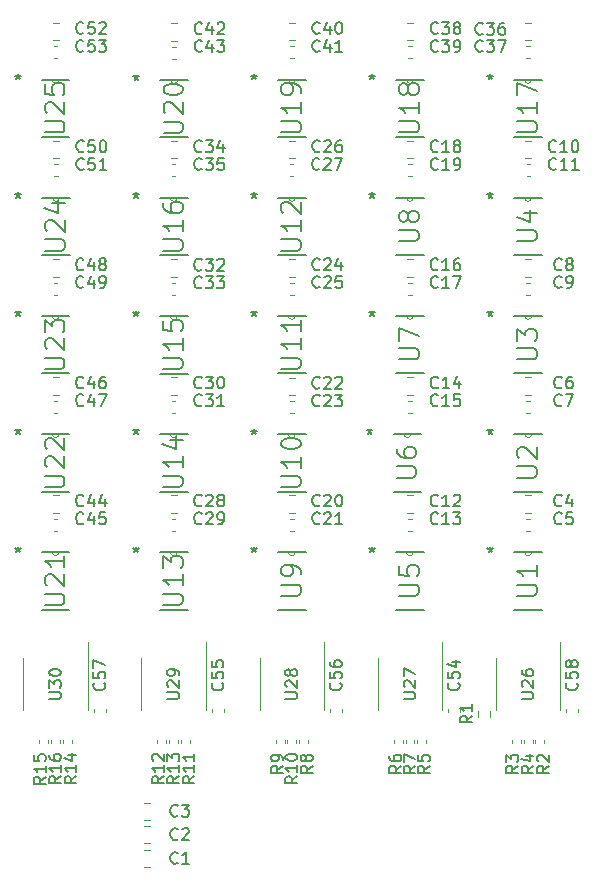
<source format=gbr>
%TF.GenerationSoftware,KiCad,Pcbnew,6.0.4-6f826c9f35~116~ubuntu20.04.1*%
%TF.CreationDate,2022-04-05T21:11:35+02:00*%
%TF.ProjectId,PhasedArray,50686173-6564-4417-9272-61792e6b6963,rev?*%
%TF.SameCoordinates,Original*%
%TF.FileFunction,Legend,Top*%
%TF.FilePolarity,Positive*%
%FSLAX46Y46*%
G04 Gerber Fmt 4.6, Leading zero omitted, Abs format (unit mm)*
G04 Created by KiCad (PCBNEW 6.0.4-6f826c9f35~116~ubuntu20.04.1) date 2022-04-05 21:11:35*
%MOMM*%
%LPD*%
G01*
G04 APERTURE LIST*
%ADD10C,0.150000*%
%ADD11C,0.120000*%
%ADD12C,0.152400*%
%ADD13C,0.100000*%
G04 APERTURE END LIST*
D10*
%TO.C,C29*%
X127357142Y-68607142D02*
X127309523Y-68654761D01*
X127166666Y-68702380D01*
X127071428Y-68702380D01*
X126928571Y-68654761D01*
X126833333Y-68559523D01*
X126785714Y-68464285D01*
X126738095Y-68273809D01*
X126738095Y-68130952D01*
X126785714Y-67940476D01*
X126833333Y-67845238D01*
X126928571Y-67750000D01*
X127071428Y-67702380D01*
X127166666Y-67702380D01*
X127309523Y-67750000D01*
X127357142Y-67797619D01*
X127738095Y-67797619D02*
X127785714Y-67750000D01*
X127880952Y-67702380D01*
X128119047Y-67702380D01*
X128214285Y-67750000D01*
X128261904Y-67797619D01*
X128309523Y-67892857D01*
X128309523Y-67988095D01*
X128261904Y-68130952D01*
X127690476Y-68702380D01*
X128309523Y-68702380D01*
X128785714Y-68702380D02*
X128976190Y-68702380D01*
X129071428Y-68654761D01*
X129119047Y-68607142D01*
X129214285Y-68464285D01*
X129261904Y-68273809D01*
X129261904Y-67892857D01*
X129214285Y-67797619D01*
X129166666Y-67750000D01*
X129071428Y-67702380D01*
X128880952Y-67702380D01*
X128785714Y-67750000D01*
X128738095Y-67797619D01*
X128690476Y-67892857D01*
X128690476Y-68130952D01*
X128738095Y-68226190D01*
X128785714Y-68273809D01*
X128880952Y-68321428D01*
X129071428Y-68321428D01*
X129166666Y-68273809D01*
X129214285Y-68226190D01*
X129261904Y-68130952D01*
%TO.C,C42*%
X127387142Y-27127142D02*
X127339523Y-27174761D01*
X127196666Y-27222380D01*
X127101428Y-27222380D01*
X126958571Y-27174761D01*
X126863333Y-27079523D01*
X126815714Y-26984285D01*
X126768095Y-26793809D01*
X126768095Y-26650952D01*
X126815714Y-26460476D01*
X126863333Y-26365238D01*
X126958571Y-26270000D01*
X127101428Y-26222380D01*
X127196666Y-26222380D01*
X127339523Y-26270000D01*
X127387142Y-26317619D01*
X128244285Y-26555714D02*
X128244285Y-27222380D01*
X128006190Y-26174761D02*
X127768095Y-26889047D01*
X128387142Y-26889047D01*
X128720476Y-26317619D02*
X128768095Y-26270000D01*
X128863333Y-26222380D01*
X129101428Y-26222380D01*
X129196666Y-26270000D01*
X129244285Y-26317619D01*
X129291904Y-26412857D01*
X129291904Y-26508095D01*
X129244285Y-26650952D01*
X128672857Y-27222380D01*
X129291904Y-27222380D01*
%TO.C,R3*%
X154152380Y-89166666D02*
X153676190Y-89500000D01*
X154152380Y-89738095D02*
X153152380Y-89738095D01*
X153152380Y-89357142D01*
X153200000Y-89261904D01*
X153247619Y-89214285D01*
X153342857Y-89166666D01*
X153485714Y-89166666D01*
X153580952Y-89214285D01*
X153628571Y-89261904D01*
X153676190Y-89357142D01*
X153676190Y-89738095D01*
X153152380Y-88833333D02*
X153152380Y-88214285D01*
X153533333Y-88547619D01*
X153533333Y-88404761D01*
X153580952Y-88309523D01*
X153628571Y-88261904D01*
X153723809Y-88214285D01*
X153961904Y-88214285D01*
X154057142Y-88261904D01*
X154104761Y-88309523D01*
X154152380Y-88404761D01*
X154152380Y-88690476D01*
X154104761Y-88785714D01*
X154057142Y-88833333D01*
%TO.C,U9*%
X134100753Y-74751125D02*
X135430074Y-74751125D01*
X135586465Y-74672930D01*
X135664660Y-74594734D01*
X135742855Y-74438344D01*
X135742855Y-74125562D01*
X135664660Y-73969172D01*
X135586465Y-73890976D01*
X135430074Y-73812781D01*
X134100753Y-73812781D01*
X135742855Y-72952632D02*
X135742855Y-72639851D01*
X135664660Y-72483460D01*
X135586465Y-72405265D01*
X135351879Y-72248874D01*
X135039097Y-72170679D01*
X134413535Y-72170679D01*
X134257144Y-72248874D01*
X134178949Y-72327070D01*
X134100753Y-72483460D01*
X134100753Y-72796242D01*
X134178949Y-72952632D01*
X134257144Y-73030828D01*
X134413535Y-73109023D01*
X134804511Y-73109023D01*
X134960902Y-73030828D01*
X135039097Y-72952632D01*
X135117293Y-72796242D01*
X135117293Y-72483460D01*
X135039097Y-72327070D01*
X134960902Y-72248874D01*
X134804511Y-72170679D01*
X131798340Y-70614445D02*
X131798340Y-70852634D01*
X131560150Y-70757358D02*
X131798340Y-70852634D01*
X132036529Y-70757358D01*
X131655426Y-71043185D02*
X131798340Y-70852634D01*
X131941253Y-71043185D01*
%TO.C,C17*%
X147357142Y-48607142D02*
X147309523Y-48654761D01*
X147166666Y-48702380D01*
X147071428Y-48702380D01*
X146928571Y-48654761D01*
X146833333Y-48559523D01*
X146785714Y-48464285D01*
X146738095Y-48273809D01*
X146738095Y-48130952D01*
X146785714Y-47940476D01*
X146833333Y-47845238D01*
X146928571Y-47750000D01*
X147071428Y-47702380D01*
X147166666Y-47702380D01*
X147309523Y-47750000D01*
X147357142Y-47797619D01*
X148309523Y-48702380D02*
X147738095Y-48702380D01*
X148023809Y-48702380D02*
X148023809Y-47702380D01*
X147928571Y-47845238D01*
X147833333Y-47940476D01*
X147738095Y-47988095D01*
X148642857Y-47702380D02*
X149309523Y-47702380D01*
X148880952Y-48702380D01*
%TO.C,U6*%
X143875753Y-64751125D02*
X145205074Y-64751125D01*
X145361465Y-64672930D01*
X145439660Y-64594734D01*
X145517855Y-64438344D01*
X145517855Y-64125562D01*
X145439660Y-63969172D01*
X145361465Y-63890976D01*
X145205074Y-63812781D01*
X143875753Y-63812781D01*
X143875753Y-62327070D02*
X143875753Y-62639851D01*
X143953949Y-62796242D01*
X144032144Y-62874437D01*
X144266730Y-63030828D01*
X144579511Y-63109023D01*
X145205074Y-63109023D01*
X145361465Y-63030828D01*
X145439660Y-62952632D01*
X145517855Y-62796242D01*
X145517855Y-62483460D01*
X145439660Y-62327070D01*
X145361465Y-62248874D01*
X145205074Y-62170679D01*
X144814097Y-62170679D01*
X144657707Y-62248874D01*
X144579511Y-62327070D01*
X144501316Y-62483460D01*
X144501316Y-62796242D01*
X144579511Y-62952632D01*
X144657707Y-63030828D01*
X144814097Y-63109023D01*
X141573340Y-60614445D02*
X141573340Y-60852634D01*
X141335150Y-60757358D02*
X141573340Y-60852634D01*
X141811529Y-60757358D01*
X141430426Y-61043185D02*
X141573340Y-60852634D01*
X141716253Y-61043185D01*
%TO.C,C57*%
X119107142Y-82142857D02*
X119154761Y-82190476D01*
X119202380Y-82333333D01*
X119202380Y-82428571D01*
X119154761Y-82571428D01*
X119059523Y-82666666D01*
X118964285Y-82714285D01*
X118773809Y-82761904D01*
X118630952Y-82761904D01*
X118440476Y-82714285D01*
X118345238Y-82666666D01*
X118250000Y-82571428D01*
X118202380Y-82428571D01*
X118202380Y-82333333D01*
X118250000Y-82190476D01*
X118297619Y-82142857D01*
X118202380Y-81238095D02*
X118202380Y-81714285D01*
X118678571Y-81761904D01*
X118630952Y-81714285D01*
X118583333Y-81619047D01*
X118583333Y-81380952D01*
X118630952Y-81285714D01*
X118678571Y-81238095D01*
X118773809Y-81190476D01*
X119011904Y-81190476D01*
X119107142Y-81238095D01*
X119154761Y-81285714D01*
X119202380Y-81380952D01*
X119202380Y-81619047D01*
X119154761Y-81714285D01*
X119107142Y-81761904D01*
X118202380Y-80857142D02*
X118202380Y-80190476D01*
X119202380Y-80619047D01*
%TO.C,C5*%
X157833333Y-68607142D02*
X157785714Y-68654761D01*
X157642857Y-68702380D01*
X157547619Y-68702380D01*
X157404761Y-68654761D01*
X157309523Y-68559523D01*
X157261904Y-68464285D01*
X157214285Y-68273809D01*
X157214285Y-68130952D01*
X157261904Y-67940476D01*
X157309523Y-67845238D01*
X157404761Y-67750000D01*
X157547619Y-67702380D01*
X157642857Y-67702380D01*
X157785714Y-67750000D01*
X157833333Y-67797619D01*
X158738095Y-67702380D02*
X158261904Y-67702380D01*
X158214285Y-68178571D01*
X158261904Y-68130952D01*
X158357142Y-68083333D01*
X158595238Y-68083333D01*
X158690476Y-68130952D01*
X158738095Y-68178571D01*
X158785714Y-68273809D01*
X158785714Y-68511904D01*
X158738095Y-68607142D01*
X158690476Y-68654761D01*
X158595238Y-68702380D01*
X158357142Y-68702380D01*
X158261904Y-68654761D01*
X158214285Y-68607142D01*
%TO.C,C13*%
X147357142Y-68607142D02*
X147309523Y-68654761D01*
X147166666Y-68702380D01*
X147071428Y-68702380D01*
X146928571Y-68654761D01*
X146833333Y-68559523D01*
X146785714Y-68464285D01*
X146738095Y-68273809D01*
X146738095Y-68130952D01*
X146785714Y-67940476D01*
X146833333Y-67845238D01*
X146928571Y-67750000D01*
X147071428Y-67702380D01*
X147166666Y-67702380D01*
X147309523Y-67750000D01*
X147357142Y-67797619D01*
X148309523Y-68702380D02*
X147738095Y-68702380D01*
X148023809Y-68702380D02*
X148023809Y-67702380D01*
X147928571Y-67845238D01*
X147833333Y-67940476D01*
X147738095Y-67988095D01*
X148642857Y-67702380D02*
X149261904Y-67702380D01*
X148928571Y-68083333D01*
X149071428Y-68083333D01*
X149166666Y-68130952D01*
X149214285Y-68178571D01*
X149261904Y-68273809D01*
X149261904Y-68511904D01*
X149214285Y-68607142D01*
X149166666Y-68654761D01*
X149071428Y-68702380D01*
X148785714Y-68702380D01*
X148690476Y-68654761D01*
X148642857Y-68607142D01*
%TO.C,C54*%
X149107142Y-82142857D02*
X149154761Y-82190476D01*
X149202380Y-82333333D01*
X149202380Y-82428571D01*
X149154761Y-82571428D01*
X149059523Y-82666666D01*
X148964285Y-82714285D01*
X148773809Y-82761904D01*
X148630952Y-82761904D01*
X148440476Y-82714285D01*
X148345238Y-82666666D01*
X148250000Y-82571428D01*
X148202380Y-82428571D01*
X148202380Y-82333333D01*
X148250000Y-82190476D01*
X148297619Y-82142857D01*
X148202380Y-81238095D02*
X148202380Y-81714285D01*
X148678571Y-81761904D01*
X148630952Y-81714285D01*
X148583333Y-81619047D01*
X148583333Y-81380952D01*
X148630952Y-81285714D01*
X148678571Y-81238095D01*
X148773809Y-81190476D01*
X149011904Y-81190476D01*
X149107142Y-81238095D01*
X149154761Y-81285714D01*
X149202380Y-81380952D01*
X149202380Y-81619047D01*
X149154761Y-81714285D01*
X149107142Y-81761904D01*
X148535714Y-80333333D02*
X149202380Y-80333333D01*
X148154761Y-80571428D02*
X148869047Y-80809523D01*
X148869047Y-80190476D01*
%TO.C,U23*%
X114100753Y-55533078D02*
X115430074Y-55533078D01*
X115586465Y-55454883D01*
X115664660Y-55376688D01*
X115742855Y-55220297D01*
X115742855Y-54907516D01*
X115664660Y-54751125D01*
X115586465Y-54672930D01*
X115430074Y-54594734D01*
X114100753Y-54594734D01*
X114257144Y-53890976D02*
X114178949Y-53812781D01*
X114100753Y-53656390D01*
X114100753Y-53265414D01*
X114178949Y-53109023D01*
X114257144Y-53030828D01*
X114413535Y-52952632D01*
X114569925Y-52952632D01*
X114804511Y-53030828D01*
X115742855Y-53969172D01*
X115742855Y-52952632D01*
X114100753Y-52405265D02*
X114100753Y-51388726D01*
X114726316Y-51936093D01*
X114726316Y-51701507D01*
X114804511Y-51545116D01*
X114882707Y-51466921D01*
X115039097Y-51388726D01*
X115430074Y-51388726D01*
X115586465Y-51466921D01*
X115664660Y-51545116D01*
X115742855Y-51701507D01*
X115742855Y-52170679D01*
X115664660Y-52327070D01*
X115586465Y-52405265D01*
X111798340Y-50614445D02*
X111798340Y-50852634D01*
X111560150Y-50757358D02*
X111798340Y-50852634D01*
X112036529Y-50757358D01*
X111655426Y-51043185D02*
X111798340Y-50852634D01*
X111941253Y-51043185D01*
%TO.C,R14*%
X116752380Y-90042857D02*
X116276190Y-90376190D01*
X116752380Y-90614285D02*
X115752380Y-90614285D01*
X115752380Y-90233333D01*
X115800000Y-90138095D01*
X115847619Y-90090476D01*
X115942857Y-90042857D01*
X116085714Y-90042857D01*
X116180952Y-90090476D01*
X116228571Y-90138095D01*
X116276190Y-90233333D01*
X116276190Y-90614285D01*
X116752380Y-89090476D02*
X116752380Y-89661904D01*
X116752380Y-89376190D02*
X115752380Y-89376190D01*
X115895238Y-89471428D01*
X115990476Y-89566666D01*
X116038095Y-89661904D01*
X116085714Y-88233333D02*
X116752380Y-88233333D01*
X115704761Y-88471428D02*
X116419047Y-88709523D01*
X116419047Y-88090476D01*
%TO.C,C19*%
X147357142Y-38607142D02*
X147309523Y-38654761D01*
X147166666Y-38702380D01*
X147071428Y-38702380D01*
X146928571Y-38654761D01*
X146833333Y-38559523D01*
X146785714Y-38464285D01*
X146738095Y-38273809D01*
X146738095Y-38130952D01*
X146785714Y-37940476D01*
X146833333Y-37845238D01*
X146928571Y-37750000D01*
X147071428Y-37702380D01*
X147166666Y-37702380D01*
X147309523Y-37750000D01*
X147357142Y-37797619D01*
X148309523Y-38702380D02*
X147738095Y-38702380D01*
X148023809Y-38702380D02*
X148023809Y-37702380D01*
X147928571Y-37845238D01*
X147833333Y-37940476D01*
X147738095Y-37988095D01*
X148785714Y-38702380D02*
X148976190Y-38702380D01*
X149071428Y-38654761D01*
X149119047Y-38607142D01*
X149214285Y-38464285D01*
X149261904Y-38273809D01*
X149261904Y-37892857D01*
X149214285Y-37797619D01*
X149166666Y-37750000D01*
X149071428Y-37702380D01*
X148880952Y-37702380D01*
X148785714Y-37750000D01*
X148738095Y-37797619D01*
X148690476Y-37892857D01*
X148690476Y-38130952D01*
X148738095Y-38226190D01*
X148785714Y-38273809D01*
X148880952Y-38321428D01*
X149071428Y-38321428D01*
X149166666Y-38273809D01*
X149214285Y-38226190D01*
X149261904Y-38130952D01*
%TO.C,C28*%
X127357142Y-67107142D02*
X127309523Y-67154761D01*
X127166666Y-67202380D01*
X127071428Y-67202380D01*
X126928571Y-67154761D01*
X126833333Y-67059523D01*
X126785714Y-66964285D01*
X126738095Y-66773809D01*
X126738095Y-66630952D01*
X126785714Y-66440476D01*
X126833333Y-66345238D01*
X126928571Y-66250000D01*
X127071428Y-66202380D01*
X127166666Y-66202380D01*
X127309523Y-66250000D01*
X127357142Y-66297619D01*
X127738095Y-66297619D02*
X127785714Y-66250000D01*
X127880952Y-66202380D01*
X128119047Y-66202380D01*
X128214285Y-66250000D01*
X128261904Y-66297619D01*
X128309523Y-66392857D01*
X128309523Y-66488095D01*
X128261904Y-66630952D01*
X127690476Y-67202380D01*
X128309523Y-67202380D01*
X128880952Y-66630952D02*
X128785714Y-66583333D01*
X128738095Y-66535714D01*
X128690476Y-66440476D01*
X128690476Y-66392857D01*
X128738095Y-66297619D01*
X128785714Y-66250000D01*
X128880952Y-66202380D01*
X129071428Y-66202380D01*
X129166666Y-66250000D01*
X129214285Y-66297619D01*
X129261904Y-66392857D01*
X129261904Y-66440476D01*
X129214285Y-66535714D01*
X129166666Y-66583333D01*
X129071428Y-66630952D01*
X128880952Y-66630952D01*
X128785714Y-66678571D01*
X128738095Y-66726190D01*
X128690476Y-66821428D01*
X128690476Y-67011904D01*
X128738095Y-67107142D01*
X128785714Y-67154761D01*
X128880952Y-67202380D01*
X129071428Y-67202380D01*
X129166666Y-67154761D01*
X129214285Y-67107142D01*
X129261904Y-67011904D01*
X129261904Y-66821428D01*
X129214285Y-66726190D01*
X129166666Y-66678571D01*
X129071428Y-66630952D01*
%TO.C,C4*%
X157833333Y-67107142D02*
X157785714Y-67154761D01*
X157642857Y-67202380D01*
X157547619Y-67202380D01*
X157404761Y-67154761D01*
X157309523Y-67059523D01*
X157261904Y-66964285D01*
X157214285Y-66773809D01*
X157214285Y-66630952D01*
X157261904Y-66440476D01*
X157309523Y-66345238D01*
X157404761Y-66250000D01*
X157547619Y-66202380D01*
X157642857Y-66202380D01*
X157785714Y-66250000D01*
X157833333Y-66297619D01*
X158690476Y-66535714D02*
X158690476Y-67202380D01*
X158452380Y-66154761D02*
X158214285Y-66869047D01*
X158833333Y-66869047D01*
%TO.C,C47*%
X117357142Y-58607142D02*
X117309523Y-58654761D01*
X117166666Y-58702380D01*
X117071428Y-58702380D01*
X116928571Y-58654761D01*
X116833333Y-58559523D01*
X116785714Y-58464285D01*
X116738095Y-58273809D01*
X116738095Y-58130952D01*
X116785714Y-57940476D01*
X116833333Y-57845238D01*
X116928571Y-57750000D01*
X117071428Y-57702380D01*
X117166666Y-57702380D01*
X117309523Y-57750000D01*
X117357142Y-57797619D01*
X118214285Y-58035714D02*
X118214285Y-58702380D01*
X117976190Y-57654761D02*
X117738095Y-58369047D01*
X118357142Y-58369047D01*
X118642857Y-57702380D02*
X119309523Y-57702380D01*
X118880952Y-58702380D01*
%TO.C,C56*%
X139107142Y-82142857D02*
X139154761Y-82190476D01*
X139202380Y-82333333D01*
X139202380Y-82428571D01*
X139154761Y-82571428D01*
X139059523Y-82666666D01*
X138964285Y-82714285D01*
X138773809Y-82761904D01*
X138630952Y-82761904D01*
X138440476Y-82714285D01*
X138345238Y-82666666D01*
X138250000Y-82571428D01*
X138202380Y-82428571D01*
X138202380Y-82333333D01*
X138250000Y-82190476D01*
X138297619Y-82142857D01*
X138202380Y-81238095D02*
X138202380Y-81714285D01*
X138678571Y-81761904D01*
X138630952Y-81714285D01*
X138583333Y-81619047D01*
X138583333Y-81380952D01*
X138630952Y-81285714D01*
X138678571Y-81238095D01*
X138773809Y-81190476D01*
X139011904Y-81190476D01*
X139107142Y-81238095D01*
X139154761Y-81285714D01*
X139202380Y-81380952D01*
X139202380Y-81619047D01*
X139154761Y-81714285D01*
X139107142Y-81761904D01*
X138202380Y-80333333D02*
X138202380Y-80523809D01*
X138250000Y-80619047D01*
X138297619Y-80666666D01*
X138440476Y-80761904D01*
X138630952Y-80809523D01*
X139011904Y-80809523D01*
X139107142Y-80761904D01*
X139154761Y-80714285D01*
X139202380Y-80619047D01*
X139202380Y-80428571D01*
X139154761Y-80333333D01*
X139107142Y-80285714D01*
X139011904Y-80238095D01*
X138773809Y-80238095D01*
X138678571Y-80285714D01*
X138630952Y-80333333D01*
X138583333Y-80428571D01*
X138583333Y-80619047D01*
X138630952Y-80714285D01*
X138678571Y-80761904D01*
X138773809Y-80809523D01*
%TO.C,C55*%
X129107142Y-82142857D02*
X129154761Y-82190476D01*
X129202380Y-82333333D01*
X129202380Y-82428571D01*
X129154761Y-82571428D01*
X129059523Y-82666666D01*
X128964285Y-82714285D01*
X128773809Y-82761904D01*
X128630952Y-82761904D01*
X128440476Y-82714285D01*
X128345238Y-82666666D01*
X128250000Y-82571428D01*
X128202380Y-82428571D01*
X128202380Y-82333333D01*
X128250000Y-82190476D01*
X128297619Y-82142857D01*
X128202380Y-81238095D02*
X128202380Y-81714285D01*
X128678571Y-81761904D01*
X128630952Y-81714285D01*
X128583333Y-81619047D01*
X128583333Y-81380952D01*
X128630952Y-81285714D01*
X128678571Y-81238095D01*
X128773809Y-81190476D01*
X129011904Y-81190476D01*
X129107142Y-81238095D01*
X129154761Y-81285714D01*
X129202380Y-81380952D01*
X129202380Y-81619047D01*
X129154761Y-81714285D01*
X129107142Y-81761904D01*
X128202380Y-80285714D02*
X128202380Y-80761904D01*
X128678571Y-80809523D01*
X128630952Y-80761904D01*
X128583333Y-80666666D01*
X128583333Y-80428571D01*
X128630952Y-80333333D01*
X128678571Y-80285714D01*
X128773809Y-80238095D01*
X129011904Y-80238095D01*
X129107142Y-80285714D01*
X129154761Y-80333333D01*
X129202380Y-80428571D01*
X129202380Y-80666666D01*
X129154761Y-80761904D01*
X129107142Y-80809523D01*
%TO.C,C38*%
X147357142Y-27107142D02*
X147309523Y-27154761D01*
X147166666Y-27202380D01*
X147071428Y-27202380D01*
X146928571Y-27154761D01*
X146833333Y-27059523D01*
X146785714Y-26964285D01*
X146738095Y-26773809D01*
X146738095Y-26630952D01*
X146785714Y-26440476D01*
X146833333Y-26345238D01*
X146928571Y-26250000D01*
X147071428Y-26202380D01*
X147166666Y-26202380D01*
X147309523Y-26250000D01*
X147357142Y-26297619D01*
X147690476Y-26202380D02*
X148309523Y-26202380D01*
X147976190Y-26583333D01*
X148119047Y-26583333D01*
X148214285Y-26630952D01*
X148261904Y-26678571D01*
X148309523Y-26773809D01*
X148309523Y-27011904D01*
X148261904Y-27107142D01*
X148214285Y-27154761D01*
X148119047Y-27202380D01*
X147833333Y-27202380D01*
X147738095Y-27154761D01*
X147690476Y-27107142D01*
X148880952Y-26630952D02*
X148785714Y-26583333D01*
X148738095Y-26535714D01*
X148690476Y-26440476D01*
X148690476Y-26392857D01*
X148738095Y-26297619D01*
X148785714Y-26250000D01*
X148880952Y-26202380D01*
X149071428Y-26202380D01*
X149166666Y-26250000D01*
X149214285Y-26297619D01*
X149261904Y-26392857D01*
X149261904Y-26440476D01*
X149214285Y-26535714D01*
X149166666Y-26583333D01*
X149071428Y-26630952D01*
X148880952Y-26630952D01*
X148785714Y-26678571D01*
X148738095Y-26726190D01*
X148690476Y-26821428D01*
X148690476Y-27011904D01*
X148738095Y-27107142D01*
X148785714Y-27154761D01*
X148880952Y-27202380D01*
X149071428Y-27202380D01*
X149166666Y-27154761D01*
X149214285Y-27107142D01*
X149261904Y-27011904D01*
X149261904Y-26821428D01*
X149214285Y-26726190D01*
X149166666Y-26678571D01*
X149071428Y-26630952D01*
%TO.C,U1*%
X154100753Y-74751125D02*
X155430074Y-74751125D01*
X155586465Y-74672930D01*
X155664660Y-74594734D01*
X155742855Y-74438344D01*
X155742855Y-74125562D01*
X155664660Y-73969172D01*
X155586465Y-73890976D01*
X155430074Y-73812781D01*
X154100753Y-73812781D01*
X155742855Y-72170679D02*
X155742855Y-73109023D01*
X155742855Y-72639851D02*
X154100753Y-72639851D01*
X154335339Y-72796242D01*
X154491730Y-72952632D01*
X154569925Y-73109023D01*
X151798340Y-70614445D02*
X151798340Y-70852634D01*
X151560150Y-70757358D02*
X151798340Y-70852634D01*
X152036529Y-70757358D01*
X151655426Y-71043185D02*
X151798340Y-70852634D01*
X151941253Y-71043185D01*
%TO.C,U27*%
X144452380Y-83488095D02*
X145261904Y-83488095D01*
X145357142Y-83440476D01*
X145404761Y-83392857D01*
X145452380Y-83297619D01*
X145452380Y-83107142D01*
X145404761Y-83011904D01*
X145357142Y-82964285D01*
X145261904Y-82916666D01*
X144452380Y-82916666D01*
X144547619Y-82488095D02*
X144500000Y-82440476D01*
X144452380Y-82345238D01*
X144452380Y-82107142D01*
X144500000Y-82011904D01*
X144547619Y-81964285D01*
X144642857Y-81916666D01*
X144738095Y-81916666D01*
X144880952Y-81964285D01*
X145452380Y-82535714D01*
X145452380Y-81916666D01*
X144452380Y-81583333D02*
X144452380Y-80916666D01*
X145452380Y-81345238D01*
%TO.C,U4*%
X154100753Y-44751125D02*
X155430074Y-44751125D01*
X155586465Y-44672930D01*
X155664660Y-44594734D01*
X155742855Y-44438344D01*
X155742855Y-44125562D01*
X155664660Y-43969172D01*
X155586465Y-43890976D01*
X155430074Y-43812781D01*
X154100753Y-43812781D01*
X154648121Y-42327070D02*
X155742855Y-42327070D01*
X154022558Y-42718046D02*
X155195488Y-43109023D01*
X155195488Y-42092484D01*
X151798340Y-40614445D02*
X151798340Y-40852634D01*
X151560150Y-40757358D02*
X151798340Y-40852634D01*
X152036529Y-40757358D01*
X151655426Y-41043185D02*
X151798340Y-40852634D01*
X151941253Y-41043185D01*
%TO.C,U19*%
X134100753Y-35533078D02*
X135430074Y-35533078D01*
X135586465Y-35454883D01*
X135664660Y-35376688D01*
X135742855Y-35220297D01*
X135742855Y-34907516D01*
X135664660Y-34751125D01*
X135586465Y-34672930D01*
X135430074Y-34594734D01*
X134100753Y-34594734D01*
X135742855Y-32952632D02*
X135742855Y-33890976D01*
X135742855Y-33421804D02*
X134100753Y-33421804D01*
X134335339Y-33578195D01*
X134491730Y-33734586D01*
X134569925Y-33890976D01*
X135742855Y-32170679D02*
X135742855Y-31857898D01*
X135664660Y-31701507D01*
X135586465Y-31623312D01*
X135351879Y-31466921D01*
X135039097Y-31388726D01*
X134413535Y-31388726D01*
X134257144Y-31466921D01*
X134178949Y-31545116D01*
X134100753Y-31701507D01*
X134100753Y-32014288D01*
X134178949Y-32170679D01*
X134257144Y-32248874D01*
X134413535Y-32327070D01*
X134804511Y-32327070D01*
X134960902Y-32248874D01*
X135039097Y-32170679D01*
X135117293Y-32014288D01*
X135117293Y-31701507D01*
X135039097Y-31545116D01*
X134960902Y-31466921D01*
X134804511Y-31388726D01*
X131798340Y-30614445D02*
X131798340Y-30852634D01*
X131560150Y-30757358D02*
X131798340Y-30852634D01*
X132036529Y-30757358D01*
X131655426Y-31043185D02*
X131798340Y-30852634D01*
X131941253Y-31043185D01*
%TO.C,U2*%
X154100753Y-64751125D02*
X155430074Y-64751125D01*
X155586465Y-64672930D01*
X155664660Y-64594734D01*
X155742855Y-64438344D01*
X155742855Y-64125562D01*
X155664660Y-63969172D01*
X155586465Y-63890976D01*
X155430074Y-63812781D01*
X154100753Y-63812781D01*
X154257144Y-63109023D02*
X154178949Y-63030828D01*
X154100753Y-62874437D01*
X154100753Y-62483460D01*
X154178949Y-62327070D01*
X154257144Y-62248874D01*
X154413535Y-62170679D01*
X154569925Y-62170679D01*
X154804511Y-62248874D01*
X155742855Y-63187218D01*
X155742855Y-62170679D01*
X151798340Y-60614445D02*
X151798340Y-60852634D01*
X151560150Y-60757358D02*
X151798340Y-60852634D01*
X152036529Y-60757358D01*
X151655426Y-61043185D02*
X151798340Y-60852634D01*
X151941253Y-61043185D01*
%TO.C,C27*%
X137332142Y-38607142D02*
X137284523Y-38654761D01*
X137141666Y-38702380D01*
X137046428Y-38702380D01*
X136903571Y-38654761D01*
X136808333Y-38559523D01*
X136760714Y-38464285D01*
X136713095Y-38273809D01*
X136713095Y-38130952D01*
X136760714Y-37940476D01*
X136808333Y-37845238D01*
X136903571Y-37750000D01*
X137046428Y-37702380D01*
X137141666Y-37702380D01*
X137284523Y-37750000D01*
X137332142Y-37797619D01*
X137713095Y-37797619D02*
X137760714Y-37750000D01*
X137855952Y-37702380D01*
X138094047Y-37702380D01*
X138189285Y-37750000D01*
X138236904Y-37797619D01*
X138284523Y-37892857D01*
X138284523Y-37988095D01*
X138236904Y-38130952D01*
X137665476Y-38702380D01*
X138284523Y-38702380D01*
X138617857Y-37702380D02*
X139284523Y-37702380D01*
X138855952Y-38702380D01*
%TO.C,U17*%
X154100753Y-35533078D02*
X155430074Y-35533078D01*
X155586465Y-35454883D01*
X155664660Y-35376688D01*
X155742855Y-35220297D01*
X155742855Y-34907516D01*
X155664660Y-34751125D01*
X155586465Y-34672930D01*
X155430074Y-34594734D01*
X154100753Y-34594734D01*
X155742855Y-32952632D02*
X155742855Y-33890976D01*
X155742855Y-33421804D02*
X154100753Y-33421804D01*
X154335339Y-33578195D01*
X154491730Y-33734586D01*
X154569925Y-33890976D01*
X154100753Y-32405265D02*
X154100753Y-31310530D01*
X155742855Y-32014288D01*
X151798340Y-30614445D02*
X151798340Y-30852634D01*
X151560150Y-30757358D02*
X151798340Y-30852634D01*
X152036529Y-30757358D01*
X151655426Y-31043185D02*
X151798340Y-30852634D01*
X151941253Y-31043185D01*
%TO.C,C35*%
X127357142Y-38607142D02*
X127309523Y-38654761D01*
X127166666Y-38702380D01*
X127071428Y-38702380D01*
X126928571Y-38654761D01*
X126833333Y-38559523D01*
X126785714Y-38464285D01*
X126738095Y-38273809D01*
X126738095Y-38130952D01*
X126785714Y-37940476D01*
X126833333Y-37845238D01*
X126928571Y-37750000D01*
X127071428Y-37702380D01*
X127166666Y-37702380D01*
X127309523Y-37750000D01*
X127357142Y-37797619D01*
X127690476Y-37702380D02*
X128309523Y-37702380D01*
X127976190Y-38083333D01*
X128119047Y-38083333D01*
X128214285Y-38130952D01*
X128261904Y-38178571D01*
X128309523Y-38273809D01*
X128309523Y-38511904D01*
X128261904Y-38607142D01*
X128214285Y-38654761D01*
X128119047Y-38702380D01*
X127833333Y-38702380D01*
X127738095Y-38654761D01*
X127690476Y-38607142D01*
X129214285Y-37702380D02*
X128738095Y-37702380D01*
X128690476Y-38178571D01*
X128738095Y-38130952D01*
X128833333Y-38083333D01*
X129071428Y-38083333D01*
X129166666Y-38130952D01*
X129214285Y-38178571D01*
X129261904Y-38273809D01*
X129261904Y-38511904D01*
X129214285Y-38607142D01*
X129166666Y-38654761D01*
X129071428Y-38702380D01*
X128833333Y-38702380D01*
X128738095Y-38654761D01*
X128690476Y-38607142D01*
%TO.C,C31*%
X127357142Y-58607142D02*
X127309523Y-58654761D01*
X127166666Y-58702380D01*
X127071428Y-58702380D01*
X126928571Y-58654761D01*
X126833333Y-58559523D01*
X126785714Y-58464285D01*
X126738095Y-58273809D01*
X126738095Y-58130952D01*
X126785714Y-57940476D01*
X126833333Y-57845238D01*
X126928571Y-57750000D01*
X127071428Y-57702380D01*
X127166666Y-57702380D01*
X127309523Y-57750000D01*
X127357142Y-57797619D01*
X127690476Y-57702380D02*
X128309523Y-57702380D01*
X127976190Y-58083333D01*
X128119047Y-58083333D01*
X128214285Y-58130952D01*
X128261904Y-58178571D01*
X128309523Y-58273809D01*
X128309523Y-58511904D01*
X128261904Y-58607142D01*
X128214285Y-58654761D01*
X128119047Y-58702380D01*
X127833333Y-58702380D01*
X127738095Y-58654761D01*
X127690476Y-58607142D01*
X129261904Y-58702380D02*
X128690476Y-58702380D01*
X128976190Y-58702380D02*
X128976190Y-57702380D01*
X128880952Y-57845238D01*
X128785714Y-57940476D01*
X128690476Y-57988095D01*
%TO.C,C10*%
X157357142Y-37107142D02*
X157309523Y-37154761D01*
X157166666Y-37202380D01*
X157071428Y-37202380D01*
X156928571Y-37154761D01*
X156833333Y-37059523D01*
X156785714Y-36964285D01*
X156738095Y-36773809D01*
X156738095Y-36630952D01*
X156785714Y-36440476D01*
X156833333Y-36345238D01*
X156928571Y-36250000D01*
X157071428Y-36202380D01*
X157166666Y-36202380D01*
X157309523Y-36250000D01*
X157357142Y-36297619D01*
X158309523Y-37202380D02*
X157738095Y-37202380D01*
X158023809Y-37202380D02*
X158023809Y-36202380D01*
X157928571Y-36345238D01*
X157833333Y-36440476D01*
X157738095Y-36488095D01*
X158928571Y-36202380D02*
X159023809Y-36202380D01*
X159119047Y-36250000D01*
X159166666Y-36297619D01*
X159214285Y-36392857D01*
X159261904Y-36583333D01*
X159261904Y-36821428D01*
X159214285Y-37011904D01*
X159166666Y-37107142D01*
X159119047Y-37154761D01*
X159023809Y-37202380D01*
X158928571Y-37202380D01*
X158833333Y-37154761D01*
X158785714Y-37107142D01*
X158738095Y-37011904D01*
X158690476Y-36821428D01*
X158690476Y-36583333D01*
X158738095Y-36392857D01*
X158785714Y-36297619D01*
X158833333Y-36250000D01*
X158928571Y-36202380D01*
%TO.C,R16*%
X115452380Y-90042857D02*
X114976190Y-90376190D01*
X115452380Y-90614285D02*
X114452380Y-90614285D01*
X114452380Y-90233333D01*
X114500000Y-90138095D01*
X114547619Y-90090476D01*
X114642857Y-90042857D01*
X114785714Y-90042857D01*
X114880952Y-90090476D01*
X114928571Y-90138095D01*
X114976190Y-90233333D01*
X114976190Y-90614285D01*
X115452380Y-89090476D02*
X115452380Y-89661904D01*
X115452380Y-89376190D02*
X114452380Y-89376190D01*
X114595238Y-89471428D01*
X114690476Y-89566666D01*
X114738095Y-89661904D01*
X114452380Y-88233333D02*
X114452380Y-88423809D01*
X114500000Y-88519047D01*
X114547619Y-88566666D01*
X114690476Y-88661904D01*
X114880952Y-88709523D01*
X115261904Y-88709523D01*
X115357142Y-88661904D01*
X115404761Y-88614285D01*
X115452380Y-88519047D01*
X115452380Y-88328571D01*
X115404761Y-88233333D01*
X115357142Y-88185714D01*
X115261904Y-88138095D01*
X115023809Y-88138095D01*
X114928571Y-88185714D01*
X114880952Y-88233333D01*
X114833333Y-88328571D01*
X114833333Y-88519047D01*
X114880952Y-88614285D01*
X114928571Y-88661904D01*
X115023809Y-88709523D01*
%TO.C,C34*%
X127357142Y-37107142D02*
X127309523Y-37154761D01*
X127166666Y-37202380D01*
X127071428Y-37202380D01*
X126928571Y-37154761D01*
X126833333Y-37059523D01*
X126785714Y-36964285D01*
X126738095Y-36773809D01*
X126738095Y-36630952D01*
X126785714Y-36440476D01*
X126833333Y-36345238D01*
X126928571Y-36250000D01*
X127071428Y-36202380D01*
X127166666Y-36202380D01*
X127309523Y-36250000D01*
X127357142Y-36297619D01*
X127690476Y-36202380D02*
X128309523Y-36202380D01*
X127976190Y-36583333D01*
X128119047Y-36583333D01*
X128214285Y-36630952D01*
X128261904Y-36678571D01*
X128309523Y-36773809D01*
X128309523Y-37011904D01*
X128261904Y-37107142D01*
X128214285Y-37154761D01*
X128119047Y-37202380D01*
X127833333Y-37202380D01*
X127738095Y-37154761D01*
X127690476Y-37107142D01*
X129166666Y-36535714D02*
X129166666Y-37202380D01*
X128928571Y-36154761D02*
X128690476Y-36869047D01*
X129309523Y-36869047D01*
%TO.C,C20*%
X137357142Y-67107142D02*
X137309523Y-67154761D01*
X137166666Y-67202380D01*
X137071428Y-67202380D01*
X136928571Y-67154761D01*
X136833333Y-67059523D01*
X136785714Y-66964285D01*
X136738095Y-66773809D01*
X136738095Y-66630952D01*
X136785714Y-66440476D01*
X136833333Y-66345238D01*
X136928571Y-66250000D01*
X137071428Y-66202380D01*
X137166666Y-66202380D01*
X137309523Y-66250000D01*
X137357142Y-66297619D01*
X137738095Y-66297619D02*
X137785714Y-66250000D01*
X137880952Y-66202380D01*
X138119047Y-66202380D01*
X138214285Y-66250000D01*
X138261904Y-66297619D01*
X138309523Y-66392857D01*
X138309523Y-66488095D01*
X138261904Y-66630952D01*
X137690476Y-67202380D01*
X138309523Y-67202380D01*
X138928571Y-66202380D02*
X139023809Y-66202380D01*
X139119047Y-66250000D01*
X139166666Y-66297619D01*
X139214285Y-66392857D01*
X139261904Y-66583333D01*
X139261904Y-66821428D01*
X139214285Y-67011904D01*
X139166666Y-67107142D01*
X139119047Y-67154761D01*
X139023809Y-67202380D01*
X138928571Y-67202380D01*
X138833333Y-67154761D01*
X138785714Y-67107142D01*
X138738095Y-67011904D01*
X138690476Y-66821428D01*
X138690476Y-66583333D01*
X138738095Y-66392857D01*
X138785714Y-66297619D01*
X138833333Y-66250000D01*
X138928571Y-66202380D01*
%TO.C,R13*%
X125452380Y-90042857D02*
X124976190Y-90376190D01*
X125452380Y-90614285D02*
X124452380Y-90614285D01*
X124452380Y-90233333D01*
X124500000Y-90138095D01*
X124547619Y-90090476D01*
X124642857Y-90042857D01*
X124785714Y-90042857D01*
X124880952Y-90090476D01*
X124928571Y-90138095D01*
X124976190Y-90233333D01*
X124976190Y-90614285D01*
X125452380Y-89090476D02*
X125452380Y-89661904D01*
X125452380Y-89376190D02*
X124452380Y-89376190D01*
X124595238Y-89471428D01*
X124690476Y-89566666D01*
X124738095Y-89661904D01*
X124452380Y-88757142D02*
X124452380Y-88138095D01*
X124833333Y-88471428D01*
X124833333Y-88328571D01*
X124880952Y-88233333D01*
X124928571Y-88185714D01*
X125023809Y-88138095D01*
X125261904Y-88138095D01*
X125357142Y-88185714D01*
X125404761Y-88233333D01*
X125452380Y-88328571D01*
X125452380Y-88614285D01*
X125404761Y-88709523D01*
X125357142Y-88757142D01*
%TO.C,C24*%
X137357142Y-47107142D02*
X137309523Y-47154761D01*
X137166666Y-47202380D01*
X137071428Y-47202380D01*
X136928571Y-47154761D01*
X136833333Y-47059523D01*
X136785714Y-46964285D01*
X136738095Y-46773809D01*
X136738095Y-46630952D01*
X136785714Y-46440476D01*
X136833333Y-46345238D01*
X136928571Y-46250000D01*
X137071428Y-46202380D01*
X137166666Y-46202380D01*
X137309523Y-46250000D01*
X137357142Y-46297619D01*
X137738095Y-46297619D02*
X137785714Y-46250000D01*
X137880952Y-46202380D01*
X138119047Y-46202380D01*
X138214285Y-46250000D01*
X138261904Y-46297619D01*
X138309523Y-46392857D01*
X138309523Y-46488095D01*
X138261904Y-46630952D01*
X137690476Y-47202380D01*
X138309523Y-47202380D01*
X139166666Y-46535714D02*
X139166666Y-47202380D01*
X138928571Y-46154761D02*
X138690476Y-46869047D01*
X139309523Y-46869047D01*
%TO.C,R15*%
X114152380Y-90092857D02*
X113676190Y-90426190D01*
X114152380Y-90664285D02*
X113152380Y-90664285D01*
X113152380Y-90283333D01*
X113200000Y-90188095D01*
X113247619Y-90140476D01*
X113342857Y-90092857D01*
X113485714Y-90092857D01*
X113580952Y-90140476D01*
X113628571Y-90188095D01*
X113676190Y-90283333D01*
X113676190Y-90664285D01*
X114152380Y-89140476D02*
X114152380Y-89711904D01*
X114152380Y-89426190D02*
X113152380Y-89426190D01*
X113295238Y-89521428D01*
X113390476Y-89616666D01*
X113438095Y-89711904D01*
X113152380Y-88235714D02*
X113152380Y-88711904D01*
X113628571Y-88759523D01*
X113580952Y-88711904D01*
X113533333Y-88616666D01*
X113533333Y-88378571D01*
X113580952Y-88283333D01*
X113628571Y-88235714D01*
X113723809Y-88188095D01*
X113961904Y-88188095D01*
X114057142Y-88235714D01*
X114104761Y-88283333D01*
X114152380Y-88378571D01*
X114152380Y-88616666D01*
X114104761Y-88711904D01*
X114057142Y-88759523D01*
%TO.C,C23*%
X137357142Y-58627142D02*
X137309523Y-58674761D01*
X137166666Y-58722380D01*
X137071428Y-58722380D01*
X136928571Y-58674761D01*
X136833333Y-58579523D01*
X136785714Y-58484285D01*
X136738095Y-58293809D01*
X136738095Y-58150952D01*
X136785714Y-57960476D01*
X136833333Y-57865238D01*
X136928571Y-57770000D01*
X137071428Y-57722380D01*
X137166666Y-57722380D01*
X137309523Y-57770000D01*
X137357142Y-57817619D01*
X137738095Y-57817619D02*
X137785714Y-57770000D01*
X137880952Y-57722380D01*
X138119047Y-57722380D01*
X138214285Y-57770000D01*
X138261904Y-57817619D01*
X138309523Y-57912857D01*
X138309523Y-58008095D01*
X138261904Y-58150952D01*
X137690476Y-58722380D01*
X138309523Y-58722380D01*
X138642857Y-57722380D02*
X139261904Y-57722380D01*
X138928571Y-58103333D01*
X139071428Y-58103333D01*
X139166666Y-58150952D01*
X139214285Y-58198571D01*
X139261904Y-58293809D01*
X139261904Y-58531904D01*
X139214285Y-58627142D01*
X139166666Y-58674761D01*
X139071428Y-58722380D01*
X138785714Y-58722380D01*
X138690476Y-58674761D01*
X138642857Y-58627142D01*
%TO.C,C7*%
X157833333Y-58607142D02*
X157785714Y-58654761D01*
X157642857Y-58702380D01*
X157547619Y-58702380D01*
X157404761Y-58654761D01*
X157309523Y-58559523D01*
X157261904Y-58464285D01*
X157214285Y-58273809D01*
X157214285Y-58130952D01*
X157261904Y-57940476D01*
X157309523Y-57845238D01*
X157404761Y-57750000D01*
X157547619Y-57702380D01*
X157642857Y-57702380D01*
X157785714Y-57750000D01*
X157833333Y-57797619D01*
X158166666Y-57702380D02*
X158833333Y-57702380D01*
X158404761Y-58702380D01*
%TO.C,C2*%
X125333333Y-95357142D02*
X125285714Y-95404761D01*
X125142857Y-95452380D01*
X125047619Y-95452380D01*
X124904761Y-95404761D01*
X124809523Y-95309523D01*
X124761904Y-95214285D01*
X124714285Y-95023809D01*
X124714285Y-94880952D01*
X124761904Y-94690476D01*
X124809523Y-94595238D01*
X124904761Y-94500000D01*
X125047619Y-94452380D01*
X125142857Y-94452380D01*
X125285714Y-94500000D01*
X125333333Y-94547619D01*
X125714285Y-94547619D02*
X125761904Y-94500000D01*
X125857142Y-94452380D01*
X126095238Y-94452380D01*
X126190476Y-94500000D01*
X126238095Y-94547619D01*
X126285714Y-94642857D01*
X126285714Y-94738095D01*
X126238095Y-94880952D01*
X125666666Y-95452380D01*
X126285714Y-95452380D01*
%TO.C,R1*%
X150272380Y-84916666D02*
X149796190Y-85250000D01*
X150272380Y-85488095D02*
X149272380Y-85488095D01*
X149272380Y-85107142D01*
X149320000Y-85011904D01*
X149367619Y-84964285D01*
X149462857Y-84916666D01*
X149605714Y-84916666D01*
X149700952Y-84964285D01*
X149748571Y-85011904D01*
X149796190Y-85107142D01*
X149796190Y-85488095D01*
X150272380Y-83964285D02*
X150272380Y-84535714D01*
X150272380Y-84250000D02*
X149272380Y-84250000D01*
X149415238Y-84345238D01*
X149510476Y-84440476D01*
X149558095Y-84535714D01*
%TO.C,C43*%
X127387142Y-28627142D02*
X127339523Y-28674761D01*
X127196666Y-28722380D01*
X127101428Y-28722380D01*
X126958571Y-28674761D01*
X126863333Y-28579523D01*
X126815714Y-28484285D01*
X126768095Y-28293809D01*
X126768095Y-28150952D01*
X126815714Y-27960476D01*
X126863333Y-27865238D01*
X126958571Y-27770000D01*
X127101428Y-27722380D01*
X127196666Y-27722380D01*
X127339523Y-27770000D01*
X127387142Y-27817619D01*
X128244285Y-28055714D02*
X128244285Y-28722380D01*
X128006190Y-27674761D02*
X127768095Y-28389047D01*
X128387142Y-28389047D01*
X128672857Y-27722380D02*
X129291904Y-27722380D01*
X128958571Y-28103333D01*
X129101428Y-28103333D01*
X129196666Y-28150952D01*
X129244285Y-28198571D01*
X129291904Y-28293809D01*
X129291904Y-28531904D01*
X129244285Y-28627142D01*
X129196666Y-28674761D01*
X129101428Y-28722380D01*
X128815714Y-28722380D01*
X128720476Y-28674761D01*
X128672857Y-28627142D01*
%TO.C,U5*%
X144100753Y-74751125D02*
X145430074Y-74751125D01*
X145586465Y-74672930D01*
X145664660Y-74594734D01*
X145742855Y-74438344D01*
X145742855Y-74125562D01*
X145664660Y-73969172D01*
X145586465Y-73890976D01*
X145430074Y-73812781D01*
X144100753Y-73812781D01*
X144100753Y-72248874D02*
X144100753Y-73030828D01*
X144882707Y-73109023D01*
X144804511Y-73030828D01*
X144726316Y-72874437D01*
X144726316Y-72483460D01*
X144804511Y-72327070D01*
X144882707Y-72248874D01*
X145039097Y-72170679D01*
X145430074Y-72170679D01*
X145586465Y-72248874D01*
X145664660Y-72327070D01*
X145742855Y-72483460D01*
X145742855Y-72874437D01*
X145664660Y-73030828D01*
X145586465Y-73109023D01*
X141798340Y-70614445D02*
X141798340Y-70852634D01*
X141560150Y-70757358D02*
X141798340Y-70852634D01*
X142036529Y-70757358D01*
X141655426Y-71043185D02*
X141798340Y-70852634D01*
X141941253Y-71043185D01*
%TO.C,C6*%
X157833333Y-57107142D02*
X157785714Y-57154761D01*
X157642857Y-57202380D01*
X157547619Y-57202380D01*
X157404761Y-57154761D01*
X157309523Y-57059523D01*
X157261904Y-56964285D01*
X157214285Y-56773809D01*
X157214285Y-56630952D01*
X157261904Y-56440476D01*
X157309523Y-56345238D01*
X157404761Y-56250000D01*
X157547619Y-56202380D01*
X157642857Y-56202380D01*
X157785714Y-56250000D01*
X157833333Y-56297619D01*
X158690476Y-56202380D02*
X158500000Y-56202380D01*
X158404761Y-56250000D01*
X158357142Y-56297619D01*
X158261904Y-56440476D01*
X158214285Y-56630952D01*
X158214285Y-57011904D01*
X158261904Y-57107142D01*
X158309523Y-57154761D01*
X158404761Y-57202380D01*
X158595238Y-57202380D01*
X158690476Y-57154761D01*
X158738095Y-57107142D01*
X158785714Y-57011904D01*
X158785714Y-56773809D01*
X158738095Y-56678571D01*
X158690476Y-56630952D01*
X158595238Y-56583333D01*
X158404761Y-56583333D01*
X158309523Y-56630952D01*
X158261904Y-56678571D01*
X158214285Y-56773809D01*
%TO.C,U21*%
X114100753Y-75533078D02*
X115430074Y-75533078D01*
X115586465Y-75454883D01*
X115664660Y-75376688D01*
X115742855Y-75220297D01*
X115742855Y-74907516D01*
X115664660Y-74751125D01*
X115586465Y-74672930D01*
X115430074Y-74594734D01*
X114100753Y-74594734D01*
X114257144Y-73890976D02*
X114178949Y-73812781D01*
X114100753Y-73656390D01*
X114100753Y-73265414D01*
X114178949Y-73109023D01*
X114257144Y-73030828D01*
X114413535Y-72952632D01*
X114569925Y-72952632D01*
X114804511Y-73030828D01*
X115742855Y-73969172D01*
X115742855Y-72952632D01*
X115742855Y-71388726D02*
X115742855Y-72327070D01*
X115742855Y-71857898D02*
X114100753Y-71857898D01*
X114335339Y-72014288D01*
X114491730Y-72170679D01*
X114569925Y-72327070D01*
X111798340Y-70614445D02*
X111798340Y-70852634D01*
X111560150Y-70757358D02*
X111798340Y-70852634D01*
X112036529Y-70757358D01*
X111655426Y-71043185D02*
X111798340Y-70852634D01*
X111941253Y-71043185D01*
%TO.C,U12*%
X134100753Y-45533078D02*
X135430074Y-45533078D01*
X135586465Y-45454883D01*
X135664660Y-45376688D01*
X135742855Y-45220297D01*
X135742855Y-44907516D01*
X135664660Y-44751125D01*
X135586465Y-44672930D01*
X135430074Y-44594734D01*
X134100753Y-44594734D01*
X135742855Y-42952632D02*
X135742855Y-43890976D01*
X135742855Y-43421804D02*
X134100753Y-43421804D01*
X134335339Y-43578195D01*
X134491730Y-43734586D01*
X134569925Y-43890976D01*
X134257144Y-42327070D02*
X134178949Y-42248874D01*
X134100753Y-42092484D01*
X134100753Y-41701507D01*
X134178949Y-41545116D01*
X134257144Y-41466921D01*
X134413535Y-41388726D01*
X134569925Y-41388726D01*
X134804511Y-41466921D01*
X135742855Y-42405265D01*
X135742855Y-41388726D01*
X131798340Y-40614445D02*
X131798340Y-40852634D01*
X131560150Y-40757358D02*
X131798340Y-40852634D01*
X132036529Y-40757358D01*
X131655426Y-41043185D02*
X131798340Y-40852634D01*
X131941253Y-41043185D01*
%TO.C,R9*%
X134252380Y-89166666D02*
X133776190Y-89500000D01*
X134252380Y-89738095D02*
X133252380Y-89738095D01*
X133252380Y-89357142D01*
X133300000Y-89261904D01*
X133347619Y-89214285D01*
X133442857Y-89166666D01*
X133585714Y-89166666D01*
X133680952Y-89214285D01*
X133728571Y-89261904D01*
X133776190Y-89357142D01*
X133776190Y-89738095D01*
X134252380Y-88690476D02*
X134252380Y-88500000D01*
X134204761Y-88404761D01*
X134157142Y-88357142D01*
X134014285Y-88261904D01*
X133823809Y-88214285D01*
X133442857Y-88214285D01*
X133347619Y-88261904D01*
X133300000Y-88309523D01*
X133252380Y-88404761D01*
X133252380Y-88595238D01*
X133300000Y-88690476D01*
X133347619Y-88738095D01*
X133442857Y-88785714D01*
X133680952Y-88785714D01*
X133776190Y-88738095D01*
X133823809Y-88690476D01*
X133871428Y-88595238D01*
X133871428Y-88404761D01*
X133823809Y-88309523D01*
X133776190Y-88261904D01*
X133680952Y-88214285D01*
%TO.C,R11*%
X126752380Y-90042857D02*
X126276190Y-90376190D01*
X126752380Y-90614285D02*
X125752380Y-90614285D01*
X125752380Y-90233333D01*
X125800000Y-90138095D01*
X125847619Y-90090476D01*
X125942857Y-90042857D01*
X126085714Y-90042857D01*
X126180952Y-90090476D01*
X126228571Y-90138095D01*
X126276190Y-90233333D01*
X126276190Y-90614285D01*
X126752380Y-89090476D02*
X126752380Y-89661904D01*
X126752380Y-89376190D02*
X125752380Y-89376190D01*
X125895238Y-89471428D01*
X125990476Y-89566666D01*
X126038095Y-89661904D01*
X126752380Y-88138095D02*
X126752380Y-88709523D01*
X126752380Y-88423809D02*
X125752380Y-88423809D01*
X125895238Y-88519047D01*
X125990476Y-88614285D01*
X126038095Y-88709523D01*
%TO.C,C37*%
X151157142Y-28607142D02*
X151109523Y-28654761D01*
X150966666Y-28702380D01*
X150871428Y-28702380D01*
X150728571Y-28654761D01*
X150633333Y-28559523D01*
X150585714Y-28464285D01*
X150538095Y-28273809D01*
X150538095Y-28130952D01*
X150585714Y-27940476D01*
X150633333Y-27845238D01*
X150728571Y-27750000D01*
X150871428Y-27702380D01*
X150966666Y-27702380D01*
X151109523Y-27750000D01*
X151157142Y-27797619D01*
X151490476Y-27702380D02*
X152109523Y-27702380D01*
X151776190Y-28083333D01*
X151919047Y-28083333D01*
X152014285Y-28130952D01*
X152061904Y-28178571D01*
X152109523Y-28273809D01*
X152109523Y-28511904D01*
X152061904Y-28607142D01*
X152014285Y-28654761D01*
X151919047Y-28702380D01*
X151633333Y-28702380D01*
X151538095Y-28654761D01*
X151490476Y-28607142D01*
X152442857Y-27702380D02*
X153109523Y-27702380D01*
X152680952Y-28702380D01*
%TO.C,U22*%
X114100753Y-65533078D02*
X115430074Y-65533078D01*
X115586465Y-65454883D01*
X115664660Y-65376688D01*
X115742855Y-65220297D01*
X115742855Y-64907516D01*
X115664660Y-64751125D01*
X115586465Y-64672930D01*
X115430074Y-64594734D01*
X114100753Y-64594734D01*
X114257144Y-63890976D02*
X114178949Y-63812781D01*
X114100753Y-63656390D01*
X114100753Y-63265414D01*
X114178949Y-63109023D01*
X114257144Y-63030828D01*
X114413535Y-62952632D01*
X114569925Y-62952632D01*
X114804511Y-63030828D01*
X115742855Y-63969172D01*
X115742855Y-62952632D01*
X114257144Y-62327070D02*
X114178949Y-62248874D01*
X114100753Y-62092484D01*
X114100753Y-61701507D01*
X114178949Y-61545116D01*
X114257144Y-61466921D01*
X114413535Y-61388726D01*
X114569925Y-61388726D01*
X114804511Y-61466921D01*
X115742855Y-62405265D01*
X115742855Y-61388726D01*
X111798340Y-60614445D02*
X111798340Y-60852634D01*
X111560150Y-60757358D02*
X111798340Y-60852634D01*
X112036529Y-60757358D01*
X111655426Y-61043185D02*
X111798340Y-60852634D01*
X111941253Y-61043185D01*
%TO.C,U16*%
X124100753Y-45533078D02*
X125430074Y-45533078D01*
X125586465Y-45454883D01*
X125664660Y-45376688D01*
X125742855Y-45220297D01*
X125742855Y-44907516D01*
X125664660Y-44751125D01*
X125586465Y-44672930D01*
X125430074Y-44594734D01*
X124100753Y-44594734D01*
X125742855Y-42952632D02*
X125742855Y-43890976D01*
X125742855Y-43421804D02*
X124100753Y-43421804D01*
X124335339Y-43578195D01*
X124491730Y-43734586D01*
X124569925Y-43890976D01*
X124100753Y-41545116D02*
X124100753Y-41857898D01*
X124178949Y-42014288D01*
X124257144Y-42092484D01*
X124491730Y-42248874D01*
X124804511Y-42327070D01*
X125430074Y-42327070D01*
X125586465Y-42248874D01*
X125664660Y-42170679D01*
X125742855Y-42014288D01*
X125742855Y-41701507D01*
X125664660Y-41545116D01*
X125586465Y-41466921D01*
X125430074Y-41388726D01*
X125039097Y-41388726D01*
X124882707Y-41466921D01*
X124804511Y-41545116D01*
X124726316Y-41701507D01*
X124726316Y-42014288D01*
X124804511Y-42170679D01*
X124882707Y-42248874D01*
X125039097Y-42327070D01*
X121798340Y-40614445D02*
X121798340Y-40852634D01*
X121560150Y-40757358D02*
X121798340Y-40852634D01*
X122036529Y-40757358D01*
X121655426Y-41043185D02*
X121798340Y-40852634D01*
X121941253Y-41043185D01*
%TO.C,U18*%
X144100753Y-35533078D02*
X145430074Y-35533078D01*
X145586465Y-35454883D01*
X145664660Y-35376688D01*
X145742855Y-35220297D01*
X145742855Y-34907516D01*
X145664660Y-34751125D01*
X145586465Y-34672930D01*
X145430074Y-34594734D01*
X144100753Y-34594734D01*
X145742855Y-32952632D02*
X145742855Y-33890976D01*
X145742855Y-33421804D02*
X144100753Y-33421804D01*
X144335339Y-33578195D01*
X144491730Y-33734586D01*
X144569925Y-33890976D01*
X144804511Y-32014288D02*
X144726316Y-32170679D01*
X144648121Y-32248874D01*
X144491730Y-32327070D01*
X144413535Y-32327070D01*
X144257144Y-32248874D01*
X144178949Y-32170679D01*
X144100753Y-32014288D01*
X144100753Y-31701507D01*
X144178949Y-31545116D01*
X144257144Y-31466921D01*
X144413535Y-31388726D01*
X144491730Y-31388726D01*
X144648121Y-31466921D01*
X144726316Y-31545116D01*
X144804511Y-31701507D01*
X144804511Y-32014288D01*
X144882707Y-32170679D01*
X144960902Y-32248874D01*
X145117293Y-32327070D01*
X145430074Y-32327070D01*
X145586465Y-32248874D01*
X145664660Y-32170679D01*
X145742855Y-32014288D01*
X145742855Y-31701507D01*
X145664660Y-31545116D01*
X145586465Y-31466921D01*
X145430074Y-31388726D01*
X145117293Y-31388726D01*
X144960902Y-31466921D01*
X144882707Y-31545116D01*
X144804511Y-31701507D01*
X141798340Y-30614445D02*
X141798340Y-30852634D01*
X141560150Y-30757358D02*
X141798340Y-30852634D01*
X142036529Y-30757358D01*
X141655426Y-31043185D02*
X141798340Y-30852634D01*
X141941253Y-31043185D01*
%TO.C,U24*%
X114125753Y-45533078D02*
X115455074Y-45533078D01*
X115611465Y-45454883D01*
X115689660Y-45376688D01*
X115767855Y-45220297D01*
X115767855Y-44907516D01*
X115689660Y-44751125D01*
X115611465Y-44672930D01*
X115455074Y-44594734D01*
X114125753Y-44594734D01*
X114282144Y-43890976D02*
X114203949Y-43812781D01*
X114125753Y-43656390D01*
X114125753Y-43265414D01*
X114203949Y-43109023D01*
X114282144Y-43030828D01*
X114438535Y-42952632D01*
X114594925Y-42952632D01*
X114829511Y-43030828D01*
X115767855Y-43969172D01*
X115767855Y-42952632D01*
X114673121Y-41545116D02*
X115767855Y-41545116D01*
X114047558Y-41936093D02*
X115220488Y-42327070D01*
X115220488Y-41310530D01*
X111823340Y-40614445D02*
X111823340Y-40852634D01*
X111585150Y-40757358D02*
X111823340Y-40852634D01*
X112061529Y-40757358D01*
X111680426Y-41043185D02*
X111823340Y-40852634D01*
X111966253Y-41043185D01*
%TO.C,U11*%
X134100753Y-55533078D02*
X135430074Y-55533078D01*
X135586465Y-55454883D01*
X135664660Y-55376688D01*
X135742855Y-55220297D01*
X135742855Y-54907516D01*
X135664660Y-54751125D01*
X135586465Y-54672930D01*
X135430074Y-54594734D01*
X134100753Y-54594734D01*
X135742855Y-52952632D02*
X135742855Y-53890976D01*
X135742855Y-53421804D02*
X134100753Y-53421804D01*
X134335339Y-53578195D01*
X134491730Y-53734586D01*
X134569925Y-53890976D01*
X135742855Y-51388726D02*
X135742855Y-52327070D01*
X135742855Y-51857898D02*
X134100753Y-51857898D01*
X134335339Y-52014288D01*
X134491730Y-52170679D01*
X134569925Y-52327070D01*
X131798340Y-50614445D02*
X131798340Y-50852634D01*
X131560150Y-50757358D02*
X131798340Y-50852634D01*
X132036529Y-50757358D01*
X131655426Y-51043185D02*
X131798340Y-50852634D01*
X131941253Y-51043185D01*
%TO.C,C39*%
X147357142Y-28607142D02*
X147309523Y-28654761D01*
X147166666Y-28702380D01*
X147071428Y-28702380D01*
X146928571Y-28654761D01*
X146833333Y-28559523D01*
X146785714Y-28464285D01*
X146738095Y-28273809D01*
X146738095Y-28130952D01*
X146785714Y-27940476D01*
X146833333Y-27845238D01*
X146928571Y-27750000D01*
X147071428Y-27702380D01*
X147166666Y-27702380D01*
X147309523Y-27750000D01*
X147357142Y-27797619D01*
X147690476Y-27702380D02*
X148309523Y-27702380D01*
X147976190Y-28083333D01*
X148119047Y-28083333D01*
X148214285Y-28130952D01*
X148261904Y-28178571D01*
X148309523Y-28273809D01*
X148309523Y-28511904D01*
X148261904Y-28607142D01*
X148214285Y-28654761D01*
X148119047Y-28702380D01*
X147833333Y-28702380D01*
X147738095Y-28654761D01*
X147690476Y-28607142D01*
X148785714Y-28702380D02*
X148976190Y-28702380D01*
X149071428Y-28654761D01*
X149119047Y-28607142D01*
X149214285Y-28464285D01*
X149261904Y-28273809D01*
X149261904Y-27892857D01*
X149214285Y-27797619D01*
X149166666Y-27750000D01*
X149071428Y-27702380D01*
X148880952Y-27702380D01*
X148785714Y-27750000D01*
X148738095Y-27797619D01*
X148690476Y-27892857D01*
X148690476Y-28130952D01*
X148738095Y-28226190D01*
X148785714Y-28273809D01*
X148880952Y-28321428D01*
X149071428Y-28321428D01*
X149166666Y-28273809D01*
X149214285Y-28226190D01*
X149261904Y-28130952D01*
%TO.C,U25*%
X114100753Y-35533078D02*
X115430074Y-35533078D01*
X115586465Y-35454883D01*
X115664660Y-35376688D01*
X115742855Y-35220297D01*
X115742855Y-34907516D01*
X115664660Y-34751125D01*
X115586465Y-34672930D01*
X115430074Y-34594734D01*
X114100753Y-34594734D01*
X114257144Y-33890976D02*
X114178949Y-33812781D01*
X114100753Y-33656390D01*
X114100753Y-33265414D01*
X114178949Y-33109023D01*
X114257144Y-33030828D01*
X114413535Y-32952632D01*
X114569925Y-32952632D01*
X114804511Y-33030828D01*
X115742855Y-33969172D01*
X115742855Y-32952632D01*
X114100753Y-31466921D02*
X114100753Y-32248874D01*
X114882707Y-32327070D01*
X114804511Y-32248874D01*
X114726316Y-32092484D01*
X114726316Y-31701507D01*
X114804511Y-31545116D01*
X114882707Y-31466921D01*
X115039097Y-31388726D01*
X115430074Y-31388726D01*
X115586465Y-31466921D01*
X115664660Y-31545116D01*
X115742855Y-31701507D01*
X115742855Y-32092484D01*
X115664660Y-32248874D01*
X115586465Y-32327070D01*
X111798340Y-30614445D02*
X111798340Y-30852634D01*
X111560150Y-30757358D02*
X111798340Y-30852634D01*
X112036529Y-30757358D01*
X111655426Y-31043185D02*
X111798340Y-30852634D01*
X111941253Y-31043185D01*
%TO.C,C26*%
X137357142Y-37107142D02*
X137309523Y-37154761D01*
X137166666Y-37202380D01*
X137071428Y-37202380D01*
X136928571Y-37154761D01*
X136833333Y-37059523D01*
X136785714Y-36964285D01*
X136738095Y-36773809D01*
X136738095Y-36630952D01*
X136785714Y-36440476D01*
X136833333Y-36345238D01*
X136928571Y-36250000D01*
X137071428Y-36202380D01*
X137166666Y-36202380D01*
X137309523Y-36250000D01*
X137357142Y-36297619D01*
X137738095Y-36297619D02*
X137785714Y-36250000D01*
X137880952Y-36202380D01*
X138119047Y-36202380D01*
X138214285Y-36250000D01*
X138261904Y-36297619D01*
X138309523Y-36392857D01*
X138309523Y-36488095D01*
X138261904Y-36630952D01*
X137690476Y-37202380D01*
X138309523Y-37202380D01*
X139166666Y-36202380D02*
X138976190Y-36202380D01*
X138880952Y-36250000D01*
X138833333Y-36297619D01*
X138738095Y-36440476D01*
X138690476Y-36630952D01*
X138690476Y-37011904D01*
X138738095Y-37107142D01*
X138785714Y-37154761D01*
X138880952Y-37202380D01*
X139071428Y-37202380D01*
X139166666Y-37154761D01*
X139214285Y-37107142D01*
X139261904Y-37011904D01*
X139261904Y-36773809D01*
X139214285Y-36678571D01*
X139166666Y-36630952D01*
X139071428Y-36583333D01*
X138880952Y-36583333D01*
X138785714Y-36630952D01*
X138738095Y-36678571D01*
X138690476Y-36773809D01*
%TO.C,U26*%
X154452380Y-83488095D02*
X155261904Y-83488095D01*
X155357142Y-83440476D01*
X155404761Y-83392857D01*
X155452380Y-83297619D01*
X155452380Y-83107142D01*
X155404761Y-83011904D01*
X155357142Y-82964285D01*
X155261904Y-82916666D01*
X154452380Y-82916666D01*
X154547619Y-82488095D02*
X154500000Y-82440476D01*
X154452380Y-82345238D01*
X154452380Y-82107142D01*
X154500000Y-82011904D01*
X154547619Y-81964285D01*
X154642857Y-81916666D01*
X154738095Y-81916666D01*
X154880952Y-81964285D01*
X155452380Y-82535714D01*
X155452380Y-81916666D01*
X154452380Y-81059523D02*
X154452380Y-81250000D01*
X154500000Y-81345238D01*
X154547619Y-81392857D01*
X154690476Y-81488095D01*
X154880952Y-81535714D01*
X155261904Y-81535714D01*
X155357142Y-81488095D01*
X155404761Y-81440476D01*
X155452380Y-81345238D01*
X155452380Y-81154761D01*
X155404761Y-81059523D01*
X155357142Y-81011904D01*
X155261904Y-80964285D01*
X155023809Y-80964285D01*
X154928571Y-81011904D01*
X154880952Y-81059523D01*
X154833333Y-81154761D01*
X154833333Y-81345238D01*
X154880952Y-81440476D01*
X154928571Y-81488095D01*
X155023809Y-81535714D01*
%TO.C,C16*%
X147357142Y-47107142D02*
X147309523Y-47154761D01*
X147166666Y-47202380D01*
X147071428Y-47202380D01*
X146928571Y-47154761D01*
X146833333Y-47059523D01*
X146785714Y-46964285D01*
X146738095Y-46773809D01*
X146738095Y-46630952D01*
X146785714Y-46440476D01*
X146833333Y-46345238D01*
X146928571Y-46250000D01*
X147071428Y-46202380D01*
X147166666Y-46202380D01*
X147309523Y-46250000D01*
X147357142Y-46297619D01*
X148309523Y-47202380D02*
X147738095Y-47202380D01*
X148023809Y-47202380D02*
X148023809Y-46202380D01*
X147928571Y-46345238D01*
X147833333Y-46440476D01*
X147738095Y-46488095D01*
X149166666Y-46202380D02*
X148976190Y-46202380D01*
X148880952Y-46250000D01*
X148833333Y-46297619D01*
X148738095Y-46440476D01*
X148690476Y-46630952D01*
X148690476Y-47011904D01*
X148738095Y-47107142D01*
X148785714Y-47154761D01*
X148880952Y-47202380D01*
X149071428Y-47202380D01*
X149166666Y-47154761D01*
X149214285Y-47107142D01*
X149261904Y-47011904D01*
X149261904Y-46773809D01*
X149214285Y-46678571D01*
X149166666Y-46630952D01*
X149071428Y-46583333D01*
X148880952Y-46583333D01*
X148785714Y-46630952D01*
X148738095Y-46678571D01*
X148690476Y-46773809D01*
%TO.C,C58*%
X159107142Y-82142857D02*
X159154761Y-82190476D01*
X159202380Y-82333333D01*
X159202380Y-82428571D01*
X159154761Y-82571428D01*
X159059523Y-82666666D01*
X158964285Y-82714285D01*
X158773809Y-82761904D01*
X158630952Y-82761904D01*
X158440476Y-82714285D01*
X158345238Y-82666666D01*
X158250000Y-82571428D01*
X158202380Y-82428571D01*
X158202380Y-82333333D01*
X158250000Y-82190476D01*
X158297619Y-82142857D01*
X158202380Y-81238095D02*
X158202380Y-81714285D01*
X158678571Y-81761904D01*
X158630952Y-81714285D01*
X158583333Y-81619047D01*
X158583333Y-81380952D01*
X158630952Y-81285714D01*
X158678571Y-81238095D01*
X158773809Y-81190476D01*
X159011904Y-81190476D01*
X159107142Y-81238095D01*
X159154761Y-81285714D01*
X159202380Y-81380952D01*
X159202380Y-81619047D01*
X159154761Y-81714285D01*
X159107142Y-81761904D01*
X158630952Y-80619047D02*
X158583333Y-80714285D01*
X158535714Y-80761904D01*
X158440476Y-80809523D01*
X158392857Y-80809523D01*
X158297619Y-80761904D01*
X158250000Y-80714285D01*
X158202380Y-80619047D01*
X158202380Y-80428571D01*
X158250000Y-80333333D01*
X158297619Y-80285714D01*
X158392857Y-80238095D01*
X158440476Y-80238095D01*
X158535714Y-80285714D01*
X158583333Y-80333333D01*
X158630952Y-80428571D01*
X158630952Y-80619047D01*
X158678571Y-80714285D01*
X158726190Y-80761904D01*
X158821428Y-80809523D01*
X159011904Y-80809523D01*
X159107142Y-80761904D01*
X159154761Y-80714285D01*
X159202380Y-80619047D01*
X159202380Y-80428571D01*
X159154761Y-80333333D01*
X159107142Y-80285714D01*
X159011904Y-80238095D01*
X158821428Y-80238095D01*
X158726190Y-80285714D01*
X158678571Y-80333333D01*
X158630952Y-80428571D01*
%TO.C,C14*%
X147382142Y-57107142D02*
X147334523Y-57154761D01*
X147191666Y-57202380D01*
X147096428Y-57202380D01*
X146953571Y-57154761D01*
X146858333Y-57059523D01*
X146810714Y-56964285D01*
X146763095Y-56773809D01*
X146763095Y-56630952D01*
X146810714Y-56440476D01*
X146858333Y-56345238D01*
X146953571Y-56250000D01*
X147096428Y-56202380D01*
X147191666Y-56202380D01*
X147334523Y-56250000D01*
X147382142Y-56297619D01*
X148334523Y-57202380D02*
X147763095Y-57202380D01*
X148048809Y-57202380D02*
X148048809Y-56202380D01*
X147953571Y-56345238D01*
X147858333Y-56440476D01*
X147763095Y-56488095D01*
X149191666Y-56535714D02*
X149191666Y-57202380D01*
X148953571Y-56154761D02*
X148715476Y-56869047D01*
X149334523Y-56869047D01*
%TO.C,U3*%
X154100753Y-54751125D02*
X155430074Y-54751125D01*
X155586465Y-54672930D01*
X155664660Y-54594734D01*
X155742855Y-54438344D01*
X155742855Y-54125562D01*
X155664660Y-53969172D01*
X155586465Y-53890976D01*
X155430074Y-53812781D01*
X154100753Y-53812781D01*
X154100753Y-53187218D02*
X154100753Y-52170679D01*
X154726316Y-52718046D01*
X154726316Y-52483460D01*
X154804511Y-52327070D01*
X154882707Y-52248874D01*
X155039097Y-52170679D01*
X155430074Y-52170679D01*
X155586465Y-52248874D01*
X155664660Y-52327070D01*
X155742855Y-52483460D01*
X155742855Y-52952632D01*
X155664660Y-53109023D01*
X155586465Y-53187218D01*
X151798340Y-50614445D02*
X151798340Y-50852634D01*
X151560150Y-50757358D02*
X151798340Y-50852634D01*
X152036529Y-50757358D01*
X151655426Y-51043185D02*
X151798340Y-50852634D01*
X151941253Y-51043185D01*
%TO.C,R2*%
X156752380Y-89166666D02*
X156276190Y-89500000D01*
X156752380Y-89738095D02*
X155752380Y-89738095D01*
X155752380Y-89357142D01*
X155800000Y-89261904D01*
X155847619Y-89214285D01*
X155942857Y-89166666D01*
X156085714Y-89166666D01*
X156180952Y-89214285D01*
X156228571Y-89261904D01*
X156276190Y-89357142D01*
X156276190Y-89738095D01*
X155847619Y-88785714D02*
X155800000Y-88738095D01*
X155752380Y-88642857D01*
X155752380Y-88404761D01*
X155800000Y-88309523D01*
X155847619Y-88261904D01*
X155942857Y-88214285D01*
X156038095Y-88214285D01*
X156180952Y-88261904D01*
X156752380Y-88833333D01*
X156752380Y-88214285D01*
%TO.C,U8*%
X144100753Y-44751125D02*
X145430074Y-44751125D01*
X145586465Y-44672930D01*
X145664660Y-44594734D01*
X145742855Y-44438344D01*
X145742855Y-44125562D01*
X145664660Y-43969172D01*
X145586465Y-43890976D01*
X145430074Y-43812781D01*
X144100753Y-43812781D01*
X144804511Y-42796242D02*
X144726316Y-42952632D01*
X144648121Y-43030828D01*
X144491730Y-43109023D01*
X144413535Y-43109023D01*
X144257144Y-43030828D01*
X144178949Y-42952632D01*
X144100753Y-42796242D01*
X144100753Y-42483460D01*
X144178949Y-42327070D01*
X144257144Y-42248874D01*
X144413535Y-42170679D01*
X144491730Y-42170679D01*
X144648121Y-42248874D01*
X144726316Y-42327070D01*
X144804511Y-42483460D01*
X144804511Y-42796242D01*
X144882707Y-42952632D01*
X144960902Y-43030828D01*
X145117293Y-43109023D01*
X145430074Y-43109023D01*
X145586465Y-43030828D01*
X145664660Y-42952632D01*
X145742855Y-42796242D01*
X145742855Y-42483460D01*
X145664660Y-42327070D01*
X145586465Y-42248874D01*
X145430074Y-42170679D01*
X145117293Y-42170679D01*
X144960902Y-42248874D01*
X144882707Y-42327070D01*
X144804511Y-42483460D01*
X141798340Y-40614445D02*
X141798340Y-40852634D01*
X141560150Y-40757358D02*
X141798340Y-40852634D01*
X142036529Y-40757358D01*
X141655426Y-41043185D02*
X141798340Y-40852634D01*
X141941253Y-41043185D01*
%TO.C,C3*%
X125333333Y-93357142D02*
X125285714Y-93404761D01*
X125142857Y-93452380D01*
X125047619Y-93452380D01*
X124904761Y-93404761D01*
X124809523Y-93309523D01*
X124761904Y-93214285D01*
X124714285Y-93023809D01*
X124714285Y-92880952D01*
X124761904Y-92690476D01*
X124809523Y-92595238D01*
X124904761Y-92500000D01*
X125047619Y-92452380D01*
X125142857Y-92452380D01*
X125285714Y-92500000D01*
X125333333Y-92547619D01*
X125666666Y-92452380D02*
X126285714Y-92452380D01*
X125952380Y-92833333D01*
X126095238Y-92833333D01*
X126190476Y-92880952D01*
X126238095Y-92928571D01*
X126285714Y-93023809D01*
X126285714Y-93261904D01*
X126238095Y-93357142D01*
X126190476Y-93404761D01*
X126095238Y-93452380D01*
X125809523Y-93452380D01*
X125714285Y-93404761D01*
X125666666Y-93357142D01*
%TO.C,R5*%
X146652380Y-89166666D02*
X146176190Y-89500000D01*
X146652380Y-89738095D02*
X145652380Y-89738095D01*
X145652380Y-89357142D01*
X145700000Y-89261904D01*
X145747619Y-89214285D01*
X145842857Y-89166666D01*
X145985714Y-89166666D01*
X146080952Y-89214285D01*
X146128571Y-89261904D01*
X146176190Y-89357142D01*
X146176190Y-89738095D01*
X145652380Y-88261904D02*
X145652380Y-88738095D01*
X146128571Y-88785714D01*
X146080952Y-88738095D01*
X146033333Y-88642857D01*
X146033333Y-88404761D01*
X146080952Y-88309523D01*
X146128571Y-88261904D01*
X146223809Y-88214285D01*
X146461904Y-88214285D01*
X146557142Y-88261904D01*
X146604761Y-88309523D01*
X146652380Y-88404761D01*
X146652380Y-88642857D01*
X146604761Y-88738095D01*
X146557142Y-88785714D01*
%TO.C,U30*%
X114452380Y-83488095D02*
X115261904Y-83488095D01*
X115357142Y-83440476D01*
X115404761Y-83392857D01*
X115452380Y-83297619D01*
X115452380Y-83107142D01*
X115404761Y-83011904D01*
X115357142Y-82964285D01*
X115261904Y-82916666D01*
X114452380Y-82916666D01*
X114452380Y-82535714D02*
X114452380Y-81916666D01*
X114833333Y-82250000D01*
X114833333Y-82107142D01*
X114880952Y-82011904D01*
X114928571Y-81964285D01*
X115023809Y-81916666D01*
X115261904Y-81916666D01*
X115357142Y-81964285D01*
X115404761Y-82011904D01*
X115452380Y-82107142D01*
X115452380Y-82392857D01*
X115404761Y-82488095D01*
X115357142Y-82535714D01*
X114452380Y-81297619D02*
X114452380Y-81202380D01*
X114500000Y-81107142D01*
X114547619Y-81059523D01*
X114642857Y-81011904D01*
X114833333Y-80964285D01*
X115071428Y-80964285D01*
X115261904Y-81011904D01*
X115357142Y-81059523D01*
X115404761Y-81107142D01*
X115452380Y-81202380D01*
X115452380Y-81297619D01*
X115404761Y-81392857D01*
X115357142Y-81440476D01*
X115261904Y-81488095D01*
X115071428Y-81535714D01*
X114833333Y-81535714D01*
X114642857Y-81488095D01*
X114547619Y-81440476D01*
X114500000Y-81392857D01*
X114452380Y-81297619D01*
%TO.C,C8*%
X157833333Y-47107142D02*
X157785714Y-47154761D01*
X157642857Y-47202380D01*
X157547619Y-47202380D01*
X157404761Y-47154761D01*
X157309523Y-47059523D01*
X157261904Y-46964285D01*
X157214285Y-46773809D01*
X157214285Y-46630952D01*
X157261904Y-46440476D01*
X157309523Y-46345238D01*
X157404761Y-46250000D01*
X157547619Y-46202380D01*
X157642857Y-46202380D01*
X157785714Y-46250000D01*
X157833333Y-46297619D01*
X158404761Y-46630952D02*
X158309523Y-46583333D01*
X158261904Y-46535714D01*
X158214285Y-46440476D01*
X158214285Y-46392857D01*
X158261904Y-46297619D01*
X158309523Y-46250000D01*
X158404761Y-46202380D01*
X158595238Y-46202380D01*
X158690476Y-46250000D01*
X158738095Y-46297619D01*
X158785714Y-46392857D01*
X158785714Y-46440476D01*
X158738095Y-46535714D01*
X158690476Y-46583333D01*
X158595238Y-46630952D01*
X158404761Y-46630952D01*
X158309523Y-46678571D01*
X158261904Y-46726190D01*
X158214285Y-46821428D01*
X158214285Y-47011904D01*
X158261904Y-47107142D01*
X158309523Y-47154761D01*
X158404761Y-47202380D01*
X158595238Y-47202380D01*
X158690476Y-47154761D01*
X158738095Y-47107142D01*
X158785714Y-47011904D01*
X158785714Y-46821428D01*
X158738095Y-46726190D01*
X158690476Y-46678571D01*
X158595238Y-46630952D01*
%TO.C,C46*%
X117357142Y-57107142D02*
X117309523Y-57154761D01*
X117166666Y-57202380D01*
X117071428Y-57202380D01*
X116928571Y-57154761D01*
X116833333Y-57059523D01*
X116785714Y-56964285D01*
X116738095Y-56773809D01*
X116738095Y-56630952D01*
X116785714Y-56440476D01*
X116833333Y-56345238D01*
X116928571Y-56250000D01*
X117071428Y-56202380D01*
X117166666Y-56202380D01*
X117309523Y-56250000D01*
X117357142Y-56297619D01*
X118214285Y-56535714D02*
X118214285Y-57202380D01*
X117976190Y-56154761D02*
X117738095Y-56869047D01*
X118357142Y-56869047D01*
X119166666Y-56202380D02*
X118976190Y-56202380D01*
X118880952Y-56250000D01*
X118833333Y-56297619D01*
X118738095Y-56440476D01*
X118690476Y-56630952D01*
X118690476Y-57011904D01*
X118738095Y-57107142D01*
X118785714Y-57154761D01*
X118880952Y-57202380D01*
X119071428Y-57202380D01*
X119166666Y-57154761D01*
X119214285Y-57107142D01*
X119261904Y-57011904D01*
X119261904Y-56773809D01*
X119214285Y-56678571D01*
X119166666Y-56630952D01*
X119071428Y-56583333D01*
X118880952Y-56583333D01*
X118785714Y-56630952D01*
X118738095Y-56678571D01*
X118690476Y-56773809D01*
%TO.C,C52*%
X117357142Y-27107142D02*
X117309523Y-27154761D01*
X117166666Y-27202380D01*
X117071428Y-27202380D01*
X116928571Y-27154761D01*
X116833333Y-27059523D01*
X116785714Y-26964285D01*
X116738095Y-26773809D01*
X116738095Y-26630952D01*
X116785714Y-26440476D01*
X116833333Y-26345238D01*
X116928571Y-26250000D01*
X117071428Y-26202380D01*
X117166666Y-26202380D01*
X117309523Y-26250000D01*
X117357142Y-26297619D01*
X118261904Y-26202380D02*
X117785714Y-26202380D01*
X117738095Y-26678571D01*
X117785714Y-26630952D01*
X117880952Y-26583333D01*
X118119047Y-26583333D01*
X118214285Y-26630952D01*
X118261904Y-26678571D01*
X118309523Y-26773809D01*
X118309523Y-27011904D01*
X118261904Y-27107142D01*
X118214285Y-27154761D01*
X118119047Y-27202380D01*
X117880952Y-27202380D01*
X117785714Y-27154761D01*
X117738095Y-27107142D01*
X118690476Y-26297619D02*
X118738095Y-26250000D01*
X118833333Y-26202380D01*
X119071428Y-26202380D01*
X119166666Y-26250000D01*
X119214285Y-26297619D01*
X119261904Y-26392857D01*
X119261904Y-26488095D01*
X119214285Y-26630952D01*
X118642857Y-27202380D01*
X119261904Y-27202380D01*
%TO.C,C49*%
X117357142Y-48607142D02*
X117309523Y-48654761D01*
X117166666Y-48702380D01*
X117071428Y-48702380D01*
X116928571Y-48654761D01*
X116833333Y-48559523D01*
X116785714Y-48464285D01*
X116738095Y-48273809D01*
X116738095Y-48130952D01*
X116785714Y-47940476D01*
X116833333Y-47845238D01*
X116928571Y-47750000D01*
X117071428Y-47702380D01*
X117166666Y-47702380D01*
X117309523Y-47750000D01*
X117357142Y-47797619D01*
X118214285Y-48035714D02*
X118214285Y-48702380D01*
X117976190Y-47654761D02*
X117738095Y-48369047D01*
X118357142Y-48369047D01*
X118785714Y-48702380D02*
X118976190Y-48702380D01*
X119071428Y-48654761D01*
X119119047Y-48607142D01*
X119214285Y-48464285D01*
X119261904Y-48273809D01*
X119261904Y-47892857D01*
X119214285Y-47797619D01*
X119166666Y-47750000D01*
X119071428Y-47702380D01*
X118880952Y-47702380D01*
X118785714Y-47750000D01*
X118738095Y-47797619D01*
X118690476Y-47892857D01*
X118690476Y-48130952D01*
X118738095Y-48226190D01*
X118785714Y-48273809D01*
X118880952Y-48321428D01*
X119071428Y-48321428D01*
X119166666Y-48273809D01*
X119214285Y-48226190D01*
X119261904Y-48130952D01*
%TO.C,C11*%
X157382142Y-38607142D02*
X157334523Y-38654761D01*
X157191666Y-38702380D01*
X157096428Y-38702380D01*
X156953571Y-38654761D01*
X156858333Y-38559523D01*
X156810714Y-38464285D01*
X156763095Y-38273809D01*
X156763095Y-38130952D01*
X156810714Y-37940476D01*
X156858333Y-37845238D01*
X156953571Y-37750000D01*
X157096428Y-37702380D01*
X157191666Y-37702380D01*
X157334523Y-37750000D01*
X157382142Y-37797619D01*
X158334523Y-38702380D02*
X157763095Y-38702380D01*
X158048809Y-38702380D02*
X158048809Y-37702380D01*
X157953571Y-37845238D01*
X157858333Y-37940476D01*
X157763095Y-37988095D01*
X159286904Y-38702380D02*
X158715476Y-38702380D01*
X159001190Y-38702380D02*
X159001190Y-37702380D01*
X158905952Y-37845238D01*
X158810714Y-37940476D01*
X158715476Y-37988095D01*
%TO.C,C45*%
X117357142Y-68607142D02*
X117309523Y-68654761D01*
X117166666Y-68702380D01*
X117071428Y-68702380D01*
X116928571Y-68654761D01*
X116833333Y-68559523D01*
X116785714Y-68464285D01*
X116738095Y-68273809D01*
X116738095Y-68130952D01*
X116785714Y-67940476D01*
X116833333Y-67845238D01*
X116928571Y-67750000D01*
X117071428Y-67702380D01*
X117166666Y-67702380D01*
X117309523Y-67750000D01*
X117357142Y-67797619D01*
X118214285Y-68035714D02*
X118214285Y-68702380D01*
X117976190Y-67654761D02*
X117738095Y-68369047D01*
X118357142Y-68369047D01*
X119214285Y-67702380D02*
X118738095Y-67702380D01*
X118690476Y-68178571D01*
X118738095Y-68130952D01*
X118833333Y-68083333D01*
X119071428Y-68083333D01*
X119166666Y-68130952D01*
X119214285Y-68178571D01*
X119261904Y-68273809D01*
X119261904Y-68511904D01*
X119214285Y-68607142D01*
X119166666Y-68654761D01*
X119071428Y-68702380D01*
X118833333Y-68702380D01*
X118738095Y-68654761D01*
X118690476Y-68607142D01*
%TO.C,U29*%
X124452380Y-83488095D02*
X125261904Y-83488095D01*
X125357142Y-83440476D01*
X125404761Y-83392857D01*
X125452380Y-83297619D01*
X125452380Y-83107142D01*
X125404761Y-83011904D01*
X125357142Y-82964285D01*
X125261904Y-82916666D01*
X124452380Y-82916666D01*
X124547619Y-82488095D02*
X124500000Y-82440476D01*
X124452380Y-82345238D01*
X124452380Y-82107142D01*
X124500000Y-82011904D01*
X124547619Y-81964285D01*
X124642857Y-81916666D01*
X124738095Y-81916666D01*
X124880952Y-81964285D01*
X125452380Y-82535714D01*
X125452380Y-81916666D01*
X125452380Y-81440476D02*
X125452380Y-81250000D01*
X125404761Y-81154761D01*
X125357142Y-81107142D01*
X125214285Y-81011904D01*
X125023809Y-80964285D01*
X124642857Y-80964285D01*
X124547619Y-81011904D01*
X124500000Y-81059523D01*
X124452380Y-81154761D01*
X124452380Y-81345238D01*
X124500000Y-81440476D01*
X124547619Y-81488095D01*
X124642857Y-81535714D01*
X124880952Y-81535714D01*
X124976190Y-81488095D01*
X125023809Y-81440476D01*
X125071428Y-81345238D01*
X125071428Y-81154761D01*
X125023809Y-81059523D01*
X124976190Y-81011904D01*
X124880952Y-80964285D01*
%TO.C,C41*%
X137357142Y-28607142D02*
X137309523Y-28654761D01*
X137166666Y-28702380D01*
X137071428Y-28702380D01*
X136928571Y-28654761D01*
X136833333Y-28559523D01*
X136785714Y-28464285D01*
X136738095Y-28273809D01*
X136738095Y-28130952D01*
X136785714Y-27940476D01*
X136833333Y-27845238D01*
X136928571Y-27750000D01*
X137071428Y-27702380D01*
X137166666Y-27702380D01*
X137309523Y-27750000D01*
X137357142Y-27797619D01*
X138214285Y-28035714D02*
X138214285Y-28702380D01*
X137976190Y-27654761D02*
X137738095Y-28369047D01*
X138357142Y-28369047D01*
X139261904Y-28702380D02*
X138690476Y-28702380D01*
X138976190Y-28702380D02*
X138976190Y-27702380D01*
X138880952Y-27845238D01*
X138785714Y-27940476D01*
X138690476Y-27988095D01*
%TO.C,C12*%
X147357142Y-67107142D02*
X147309523Y-67154761D01*
X147166666Y-67202380D01*
X147071428Y-67202380D01*
X146928571Y-67154761D01*
X146833333Y-67059523D01*
X146785714Y-66964285D01*
X146738095Y-66773809D01*
X146738095Y-66630952D01*
X146785714Y-66440476D01*
X146833333Y-66345238D01*
X146928571Y-66250000D01*
X147071428Y-66202380D01*
X147166666Y-66202380D01*
X147309523Y-66250000D01*
X147357142Y-66297619D01*
X148309523Y-67202380D02*
X147738095Y-67202380D01*
X148023809Y-67202380D02*
X148023809Y-66202380D01*
X147928571Y-66345238D01*
X147833333Y-66440476D01*
X147738095Y-66488095D01*
X148690476Y-66297619D02*
X148738095Y-66250000D01*
X148833333Y-66202380D01*
X149071428Y-66202380D01*
X149166666Y-66250000D01*
X149214285Y-66297619D01*
X149261904Y-66392857D01*
X149261904Y-66488095D01*
X149214285Y-66630952D01*
X148642857Y-67202380D01*
X149261904Y-67202380D01*
%TO.C,C40*%
X137357142Y-27107142D02*
X137309523Y-27154761D01*
X137166666Y-27202380D01*
X137071428Y-27202380D01*
X136928571Y-27154761D01*
X136833333Y-27059523D01*
X136785714Y-26964285D01*
X136738095Y-26773809D01*
X136738095Y-26630952D01*
X136785714Y-26440476D01*
X136833333Y-26345238D01*
X136928571Y-26250000D01*
X137071428Y-26202380D01*
X137166666Y-26202380D01*
X137309523Y-26250000D01*
X137357142Y-26297619D01*
X138214285Y-26535714D02*
X138214285Y-27202380D01*
X137976190Y-26154761D02*
X137738095Y-26869047D01*
X138357142Y-26869047D01*
X138928571Y-26202380D02*
X139023809Y-26202380D01*
X139119047Y-26250000D01*
X139166666Y-26297619D01*
X139214285Y-26392857D01*
X139261904Y-26583333D01*
X139261904Y-26821428D01*
X139214285Y-27011904D01*
X139166666Y-27107142D01*
X139119047Y-27154761D01*
X139023809Y-27202380D01*
X138928571Y-27202380D01*
X138833333Y-27154761D01*
X138785714Y-27107142D01*
X138738095Y-27011904D01*
X138690476Y-26821428D01*
X138690476Y-26583333D01*
X138738095Y-26392857D01*
X138785714Y-26297619D01*
X138833333Y-26250000D01*
X138928571Y-26202380D01*
%TO.C,C22*%
X137357142Y-57127142D02*
X137309523Y-57174761D01*
X137166666Y-57222380D01*
X137071428Y-57222380D01*
X136928571Y-57174761D01*
X136833333Y-57079523D01*
X136785714Y-56984285D01*
X136738095Y-56793809D01*
X136738095Y-56650952D01*
X136785714Y-56460476D01*
X136833333Y-56365238D01*
X136928571Y-56270000D01*
X137071428Y-56222380D01*
X137166666Y-56222380D01*
X137309523Y-56270000D01*
X137357142Y-56317619D01*
X137738095Y-56317619D02*
X137785714Y-56270000D01*
X137880952Y-56222380D01*
X138119047Y-56222380D01*
X138214285Y-56270000D01*
X138261904Y-56317619D01*
X138309523Y-56412857D01*
X138309523Y-56508095D01*
X138261904Y-56650952D01*
X137690476Y-57222380D01*
X138309523Y-57222380D01*
X138690476Y-56317619D02*
X138738095Y-56270000D01*
X138833333Y-56222380D01*
X139071428Y-56222380D01*
X139166666Y-56270000D01*
X139214285Y-56317619D01*
X139261904Y-56412857D01*
X139261904Y-56508095D01*
X139214285Y-56650952D01*
X138642857Y-57222380D01*
X139261904Y-57222380D01*
%TO.C,U15*%
X124100753Y-55553078D02*
X125430074Y-55553078D01*
X125586465Y-55474883D01*
X125664660Y-55396688D01*
X125742855Y-55240297D01*
X125742855Y-54927516D01*
X125664660Y-54771125D01*
X125586465Y-54692930D01*
X125430074Y-54614734D01*
X124100753Y-54614734D01*
X125742855Y-52972632D02*
X125742855Y-53910976D01*
X125742855Y-53441804D02*
X124100753Y-53441804D01*
X124335339Y-53598195D01*
X124491730Y-53754586D01*
X124569925Y-53910976D01*
X124100753Y-51486921D02*
X124100753Y-52268874D01*
X124882707Y-52347070D01*
X124804511Y-52268874D01*
X124726316Y-52112484D01*
X124726316Y-51721507D01*
X124804511Y-51565116D01*
X124882707Y-51486921D01*
X125039097Y-51408726D01*
X125430074Y-51408726D01*
X125586465Y-51486921D01*
X125664660Y-51565116D01*
X125742855Y-51721507D01*
X125742855Y-52112484D01*
X125664660Y-52268874D01*
X125586465Y-52347070D01*
X121798340Y-50634445D02*
X121798340Y-50872634D01*
X121560150Y-50777358D02*
X121798340Y-50872634D01*
X122036529Y-50777358D01*
X121655426Y-51063185D02*
X121798340Y-50872634D01*
X121941253Y-51063185D01*
%TO.C,U13*%
X124100753Y-75533078D02*
X125430074Y-75533078D01*
X125586465Y-75454883D01*
X125664660Y-75376688D01*
X125742855Y-75220297D01*
X125742855Y-74907516D01*
X125664660Y-74751125D01*
X125586465Y-74672930D01*
X125430074Y-74594734D01*
X124100753Y-74594734D01*
X125742855Y-72952632D02*
X125742855Y-73890976D01*
X125742855Y-73421804D02*
X124100753Y-73421804D01*
X124335339Y-73578195D01*
X124491730Y-73734586D01*
X124569925Y-73890976D01*
X124100753Y-72405265D02*
X124100753Y-71388726D01*
X124726316Y-71936093D01*
X124726316Y-71701507D01*
X124804511Y-71545116D01*
X124882707Y-71466921D01*
X125039097Y-71388726D01*
X125430074Y-71388726D01*
X125586465Y-71466921D01*
X125664660Y-71545116D01*
X125742855Y-71701507D01*
X125742855Y-72170679D01*
X125664660Y-72327070D01*
X125586465Y-72405265D01*
X121798340Y-70614445D02*
X121798340Y-70852634D01*
X121560150Y-70757358D02*
X121798340Y-70852634D01*
X122036529Y-70757358D01*
X121655426Y-71043185D02*
X121798340Y-70852634D01*
X121941253Y-71043185D01*
%TO.C,U28*%
X134452380Y-83488095D02*
X135261904Y-83488095D01*
X135357142Y-83440476D01*
X135404761Y-83392857D01*
X135452380Y-83297619D01*
X135452380Y-83107142D01*
X135404761Y-83011904D01*
X135357142Y-82964285D01*
X135261904Y-82916666D01*
X134452380Y-82916666D01*
X134547619Y-82488095D02*
X134500000Y-82440476D01*
X134452380Y-82345238D01*
X134452380Y-82107142D01*
X134500000Y-82011904D01*
X134547619Y-81964285D01*
X134642857Y-81916666D01*
X134738095Y-81916666D01*
X134880952Y-81964285D01*
X135452380Y-82535714D01*
X135452380Y-81916666D01*
X134880952Y-81345238D02*
X134833333Y-81440476D01*
X134785714Y-81488095D01*
X134690476Y-81535714D01*
X134642857Y-81535714D01*
X134547619Y-81488095D01*
X134500000Y-81440476D01*
X134452380Y-81345238D01*
X134452380Y-81154761D01*
X134500000Y-81059523D01*
X134547619Y-81011904D01*
X134642857Y-80964285D01*
X134690476Y-80964285D01*
X134785714Y-81011904D01*
X134833333Y-81059523D01*
X134880952Y-81154761D01*
X134880952Y-81345238D01*
X134928571Y-81440476D01*
X134976190Y-81488095D01*
X135071428Y-81535714D01*
X135261904Y-81535714D01*
X135357142Y-81488095D01*
X135404761Y-81440476D01*
X135452380Y-81345238D01*
X135452380Y-81154761D01*
X135404761Y-81059523D01*
X135357142Y-81011904D01*
X135261904Y-80964285D01*
X135071428Y-80964285D01*
X134976190Y-81011904D01*
X134928571Y-81059523D01*
X134880952Y-81154761D01*
%TO.C,C48*%
X117357142Y-47107142D02*
X117309523Y-47154761D01*
X117166666Y-47202380D01*
X117071428Y-47202380D01*
X116928571Y-47154761D01*
X116833333Y-47059523D01*
X116785714Y-46964285D01*
X116738095Y-46773809D01*
X116738095Y-46630952D01*
X116785714Y-46440476D01*
X116833333Y-46345238D01*
X116928571Y-46250000D01*
X117071428Y-46202380D01*
X117166666Y-46202380D01*
X117309523Y-46250000D01*
X117357142Y-46297619D01*
X118214285Y-46535714D02*
X118214285Y-47202380D01*
X117976190Y-46154761D02*
X117738095Y-46869047D01*
X118357142Y-46869047D01*
X118880952Y-46630952D02*
X118785714Y-46583333D01*
X118738095Y-46535714D01*
X118690476Y-46440476D01*
X118690476Y-46392857D01*
X118738095Y-46297619D01*
X118785714Y-46250000D01*
X118880952Y-46202380D01*
X119071428Y-46202380D01*
X119166666Y-46250000D01*
X119214285Y-46297619D01*
X119261904Y-46392857D01*
X119261904Y-46440476D01*
X119214285Y-46535714D01*
X119166666Y-46583333D01*
X119071428Y-46630952D01*
X118880952Y-46630952D01*
X118785714Y-46678571D01*
X118738095Y-46726190D01*
X118690476Y-46821428D01*
X118690476Y-47011904D01*
X118738095Y-47107142D01*
X118785714Y-47154761D01*
X118880952Y-47202380D01*
X119071428Y-47202380D01*
X119166666Y-47154761D01*
X119214285Y-47107142D01*
X119261904Y-47011904D01*
X119261904Y-46821428D01*
X119214285Y-46726190D01*
X119166666Y-46678571D01*
X119071428Y-46630952D01*
%TO.C,C30*%
X127357142Y-57107142D02*
X127309523Y-57154761D01*
X127166666Y-57202380D01*
X127071428Y-57202380D01*
X126928571Y-57154761D01*
X126833333Y-57059523D01*
X126785714Y-56964285D01*
X126738095Y-56773809D01*
X126738095Y-56630952D01*
X126785714Y-56440476D01*
X126833333Y-56345238D01*
X126928571Y-56250000D01*
X127071428Y-56202380D01*
X127166666Y-56202380D01*
X127309523Y-56250000D01*
X127357142Y-56297619D01*
X127690476Y-56202380D02*
X128309523Y-56202380D01*
X127976190Y-56583333D01*
X128119047Y-56583333D01*
X128214285Y-56630952D01*
X128261904Y-56678571D01*
X128309523Y-56773809D01*
X128309523Y-57011904D01*
X128261904Y-57107142D01*
X128214285Y-57154761D01*
X128119047Y-57202380D01*
X127833333Y-57202380D01*
X127738095Y-57154761D01*
X127690476Y-57107142D01*
X128928571Y-56202380D02*
X129023809Y-56202380D01*
X129119047Y-56250000D01*
X129166666Y-56297619D01*
X129214285Y-56392857D01*
X129261904Y-56583333D01*
X129261904Y-56821428D01*
X129214285Y-57011904D01*
X129166666Y-57107142D01*
X129119047Y-57154761D01*
X129023809Y-57202380D01*
X128928571Y-57202380D01*
X128833333Y-57154761D01*
X128785714Y-57107142D01*
X128738095Y-57011904D01*
X128690476Y-56821428D01*
X128690476Y-56583333D01*
X128738095Y-56392857D01*
X128785714Y-56297619D01*
X128833333Y-56250000D01*
X128928571Y-56202380D01*
%TO.C,C51*%
X117382142Y-38607142D02*
X117334523Y-38654761D01*
X117191666Y-38702380D01*
X117096428Y-38702380D01*
X116953571Y-38654761D01*
X116858333Y-38559523D01*
X116810714Y-38464285D01*
X116763095Y-38273809D01*
X116763095Y-38130952D01*
X116810714Y-37940476D01*
X116858333Y-37845238D01*
X116953571Y-37750000D01*
X117096428Y-37702380D01*
X117191666Y-37702380D01*
X117334523Y-37750000D01*
X117382142Y-37797619D01*
X118286904Y-37702380D02*
X117810714Y-37702380D01*
X117763095Y-38178571D01*
X117810714Y-38130952D01*
X117905952Y-38083333D01*
X118144047Y-38083333D01*
X118239285Y-38130952D01*
X118286904Y-38178571D01*
X118334523Y-38273809D01*
X118334523Y-38511904D01*
X118286904Y-38607142D01*
X118239285Y-38654761D01*
X118144047Y-38702380D01*
X117905952Y-38702380D01*
X117810714Y-38654761D01*
X117763095Y-38607142D01*
X119286904Y-38702380D02*
X118715476Y-38702380D01*
X119001190Y-38702380D02*
X119001190Y-37702380D01*
X118905952Y-37845238D01*
X118810714Y-37940476D01*
X118715476Y-37988095D01*
%TO.C,C9*%
X157833333Y-48607142D02*
X157785714Y-48654761D01*
X157642857Y-48702380D01*
X157547619Y-48702380D01*
X157404761Y-48654761D01*
X157309523Y-48559523D01*
X157261904Y-48464285D01*
X157214285Y-48273809D01*
X157214285Y-48130952D01*
X157261904Y-47940476D01*
X157309523Y-47845238D01*
X157404761Y-47750000D01*
X157547619Y-47702380D01*
X157642857Y-47702380D01*
X157785714Y-47750000D01*
X157833333Y-47797619D01*
X158309523Y-48702380D02*
X158500000Y-48702380D01*
X158595238Y-48654761D01*
X158642857Y-48607142D01*
X158738095Y-48464285D01*
X158785714Y-48273809D01*
X158785714Y-47892857D01*
X158738095Y-47797619D01*
X158690476Y-47750000D01*
X158595238Y-47702380D01*
X158404761Y-47702380D01*
X158309523Y-47750000D01*
X158261904Y-47797619D01*
X158214285Y-47892857D01*
X158214285Y-48130952D01*
X158261904Y-48226190D01*
X158309523Y-48273809D01*
X158404761Y-48321428D01*
X158595238Y-48321428D01*
X158690476Y-48273809D01*
X158738095Y-48226190D01*
X158785714Y-48130952D01*
%TO.C,C25*%
X137357142Y-48607142D02*
X137309523Y-48654761D01*
X137166666Y-48702380D01*
X137071428Y-48702380D01*
X136928571Y-48654761D01*
X136833333Y-48559523D01*
X136785714Y-48464285D01*
X136738095Y-48273809D01*
X136738095Y-48130952D01*
X136785714Y-47940476D01*
X136833333Y-47845238D01*
X136928571Y-47750000D01*
X137071428Y-47702380D01*
X137166666Y-47702380D01*
X137309523Y-47750000D01*
X137357142Y-47797619D01*
X137738095Y-47797619D02*
X137785714Y-47750000D01*
X137880952Y-47702380D01*
X138119047Y-47702380D01*
X138214285Y-47750000D01*
X138261904Y-47797619D01*
X138309523Y-47892857D01*
X138309523Y-47988095D01*
X138261904Y-48130952D01*
X137690476Y-48702380D01*
X138309523Y-48702380D01*
X139214285Y-47702380D02*
X138738095Y-47702380D01*
X138690476Y-48178571D01*
X138738095Y-48130952D01*
X138833333Y-48083333D01*
X139071428Y-48083333D01*
X139166666Y-48130952D01*
X139214285Y-48178571D01*
X139261904Y-48273809D01*
X139261904Y-48511904D01*
X139214285Y-48607142D01*
X139166666Y-48654761D01*
X139071428Y-48702380D01*
X138833333Y-48702380D01*
X138738095Y-48654761D01*
X138690476Y-48607142D01*
%TO.C,R6*%
X144252380Y-89166666D02*
X143776190Y-89500000D01*
X144252380Y-89738095D02*
X143252380Y-89738095D01*
X143252380Y-89357142D01*
X143300000Y-89261904D01*
X143347619Y-89214285D01*
X143442857Y-89166666D01*
X143585714Y-89166666D01*
X143680952Y-89214285D01*
X143728571Y-89261904D01*
X143776190Y-89357142D01*
X143776190Y-89738095D01*
X143252380Y-88309523D02*
X143252380Y-88500000D01*
X143300000Y-88595238D01*
X143347619Y-88642857D01*
X143490476Y-88738095D01*
X143680952Y-88785714D01*
X144061904Y-88785714D01*
X144157142Y-88738095D01*
X144204761Y-88690476D01*
X144252380Y-88595238D01*
X144252380Y-88404761D01*
X144204761Y-88309523D01*
X144157142Y-88261904D01*
X144061904Y-88214285D01*
X143823809Y-88214285D01*
X143728571Y-88261904D01*
X143680952Y-88309523D01*
X143633333Y-88404761D01*
X143633333Y-88595238D01*
X143680952Y-88690476D01*
X143728571Y-88738095D01*
X143823809Y-88785714D01*
%TO.C,U10*%
X134100753Y-65553078D02*
X135430074Y-65553078D01*
X135586465Y-65474883D01*
X135664660Y-65396688D01*
X135742855Y-65240297D01*
X135742855Y-64927516D01*
X135664660Y-64771125D01*
X135586465Y-64692930D01*
X135430074Y-64614734D01*
X134100753Y-64614734D01*
X135742855Y-62972632D02*
X135742855Y-63910976D01*
X135742855Y-63441804D02*
X134100753Y-63441804D01*
X134335339Y-63598195D01*
X134491730Y-63754586D01*
X134569925Y-63910976D01*
X134100753Y-61956093D02*
X134100753Y-61799702D01*
X134178949Y-61643312D01*
X134257144Y-61565116D01*
X134413535Y-61486921D01*
X134726316Y-61408726D01*
X135117293Y-61408726D01*
X135430074Y-61486921D01*
X135586465Y-61565116D01*
X135664660Y-61643312D01*
X135742855Y-61799702D01*
X135742855Y-61956093D01*
X135664660Y-62112484D01*
X135586465Y-62190679D01*
X135430074Y-62268874D01*
X135117293Y-62347070D01*
X134726316Y-62347070D01*
X134413535Y-62268874D01*
X134257144Y-62190679D01*
X134178949Y-62112484D01*
X134100753Y-61956093D01*
X131798340Y-60634445D02*
X131798340Y-60872634D01*
X131560150Y-60777358D02*
X131798340Y-60872634D01*
X132036529Y-60777358D01*
X131655426Y-61063185D02*
X131798340Y-60872634D01*
X131941253Y-61063185D01*
%TO.C,R12*%
X124152380Y-90042857D02*
X123676190Y-90376190D01*
X124152380Y-90614285D02*
X123152380Y-90614285D01*
X123152380Y-90233333D01*
X123200000Y-90138095D01*
X123247619Y-90090476D01*
X123342857Y-90042857D01*
X123485714Y-90042857D01*
X123580952Y-90090476D01*
X123628571Y-90138095D01*
X123676190Y-90233333D01*
X123676190Y-90614285D01*
X124152380Y-89090476D02*
X124152380Y-89661904D01*
X124152380Y-89376190D02*
X123152380Y-89376190D01*
X123295238Y-89471428D01*
X123390476Y-89566666D01*
X123438095Y-89661904D01*
X123247619Y-88709523D02*
X123200000Y-88661904D01*
X123152380Y-88566666D01*
X123152380Y-88328571D01*
X123200000Y-88233333D01*
X123247619Y-88185714D01*
X123342857Y-88138095D01*
X123438095Y-88138095D01*
X123580952Y-88185714D01*
X124152380Y-88757142D01*
X124152380Y-88138095D01*
%TO.C,U20*%
X124130753Y-35553078D02*
X125460074Y-35553078D01*
X125616465Y-35474883D01*
X125694660Y-35396688D01*
X125772855Y-35240297D01*
X125772855Y-34927516D01*
X125694660Y-34771125D01*
X125616465Y-34692930D01*
X125460074Y-34614734D01*
X124130753Y-34614734D01*
X124287144Y-33910976D02*
X124208949Y-33832781D01*
X124130753Y-33676390D01*
X124130753Y-33285414D01*
X124208949Y-33129023D01*
X124287144Y-33050828D01*
X124443535Y-32972632D01*
X124599925Y-32972632D01*
X124834511Y-33050828D01*
X125772855Y-33989172D01*
X125772855Y-32972632D01*
X124130753Y-31956093D02*
X124130753Y-31799702D01*
X124208949Y-31643312D01*
X124287144Y-31565116D01*
X124443535Y-31486921D01*
X124756316Y-31408726D01*
X125147293Y-31408726D01*
X125460074Y-31486921D01*
X125616465Y-31565116D01*
X125694660Y-31643312D01*
X125772855Y-31799702D01*
X125772855Y-31956093D01*
X125694660Y-32112484D01*
X125616465Y-32190679D01*
X125460074Y-32268874D01*
X125147293Y-32347070D01*
X124756316Y-32347070D01*
X124443535Y-32268874D01*
X124287144Y-32190679D01*
X124208949Y-32112484D01*
X124130753Y-31956093D01*
X121828340Y-30634445D02*
X121828340Y-30872634D01*
X121590150Y-30777358D02*
X121828340Y-30872634D01*
X122066529Y-30777358D01*
X121685426Y-31063185D02*
X121828340Y-30872634D01*
X121971253Y-31063185D01*
%TO.C,R4*%
X155452380Y-89166666D02*
X154976190Y-89500000D01*
X155452380Y-89738095D02*
X154452380Y-89738095D01*
X154452380Y-89357142D01*
X154500000Y-89261904D01*
X154547619Y-89214285D01*
X154642857Y-89166666D01*
X154785714Y-89166666D01*
X154880952Y-89214285D01*
X154928571Y-89261904D01*
X154976190Y-89357142D01*
X154976190Y-89738095D01*
X154785714Y-88309523D02*
X155452380Y-88309523D01*
X154404761Y-88547619D02*
X155119047Y-88785714D01*
X155119047Y-88166666D01*
%TO.C,C33*%
X127357142Y-48627142D02*
X127309523Y-48674761D01*
X127166666Y-48722380D01*
X127071428Y-48722380D01*
X126928571Y-48674761D01*
X126833333Y-48579523D01*
X126785714Y-48484285D01*
X126738095Y-48293809D01*
X126738095Y-48150952D01*
X126785714Y-47960476D01*
X126833333Y-47865238D01*
X126928571Y-47770000D01*
X127071428Y-47722380D01*
X127166666Y-47722380D01*
X127309523Y-47770000D01*
X127357142Y-47817619D01*
X127690476Y-47722380D02*
X128309523Y-47722380D01*
X127976190Y-48103333D01*
X128119047Y-48103333D01*
X128214285Y-48150952D01*
X128261904Y-48198571D01*
X128309523Y-48293809D01*
X128309523Y-48531904D01*
X128261904Y-48627142D01*
X128214285Y-48674761D01*
X128119047Y-48722380D01*
X127833333Y-48722380D01*
X127738095Y-48674761D01*
X127690476Y-48627142D01*
X128642857Y-47722380D02*
X129261904Y-47722380D01*
X128928571Y-48103333D01*
X129071428Y-48103333D01*
X129166666Y-48150952D01*
X129214285Y-48198571D01*
X129261904Y-48293809D01*
X129261904Y-48531904D01*
X129214285Y-48627142D01*
X129166666Y-48674761D01*
X129071428Y-48722380D01*
X128785714Y-48722380D01*
X128690476Y-48674761D01*
X128642857Y-48627142D01*
%TO.C,C15*%
X147357142Y-58607142D02*
X147309523Y-58654761D01*
X147166666Y-58702380D01*
X147071428Y-58702380D01*
X146928571Y-58654761D01*
X146833333Y-58559523D01*
X146785714Y-58464285D01*
X146738095Y-58273809D01*
X146738095Y-58130952D01*
X146785714Y-57940476D01*
X146833333Y-57845238D01*
X146928571Y-57750000D01*
X147071428Y-57702380D01*
X147166666Y-57702380D01*
X147309523Y-57750000D01*
X147357142Y-57797619D01*
X148309523Y-58702380D02*
X147738095Y-58702380D01*
X148023809Y-58702380D02*
X148023809Y-57702380D01*
X147928571Y-57845238D01*
X147833333Y-57940476D01*
X147738095Y-57988095D01*
X149214285Y-57702380D02*
X148738095Y-57702380D01*
X148690476Y-58178571D01*
X148738095Y-58130952D01*
X148833333Y-58083333D01*
X149071428Y-58083333D01*
X149166666Y-58130952D01*
X149214285Y-58178571D01*
X149261904Y-58273809D01*
X149261904Y-58511904D01*
X149214285Y-58607142D01*
X149166666Y-58654761D01*
X149071428Y-58702380D01*
X148833333Y-58702380D01*
X148738095Y-58654761D01*
X148690476Y-58607142D01*
%TO.C,R7*%
X145452380Y-89166666D02*
X144976190Y-89500000D01*
X145452380Y-89738095D02*
X144452380Y-89738095D01*
X144452380Y-89357142D01*
X144500000Y-89261904D01*
X144547619Y-89214285D01*
X144642857Y-89166666D01*
X144785714Y-89166666D01*
X144880952Y-89214285D01*
X144928571Y-89261904D01*
X144976190Y-89357142D01*
X144976190Y-89738095D01*
X144452380Y-88833333D02*
X144452380Y-88166666D01*
X145452380Y-88595238D01*
%TO.C,C1*%
X125333333Y-97357142D02*
X125285714Y-97404761D01*
X125142857Y-97452380D01*
X125047619Y-97452380D01*
X124904761Y-97404761D01*
X124809523Y-97309523D01*
X124761904Y-97214285D01*
X124714285Y-97023809D01*
X124714285Y-96880952D01*
X124761904Y-96690476D01*
X124809523Y-96595238D01*
X124904761Y-96500000D01*
X125047619Y-96452380D01*
X125142857Y-96452380D01*
X125285714Y-96500000D01*
X125333333Y-96547619D01*
X126285714Y-97452380D02*
X125714285Y-97452380D01*
X126000000Y-97452380D02*
X126000000Y-96452380D01*
X125904761Y-96595238D01*
X125809523Y-96690476D01*
X125714285Y-96738095D01*
%TO.C,R8*%
X136752380Y-89166666D02*
X136276190Y-89500000D01*
X136752380Y-89738095D02*
X135752380Y-89738095D01*
X135752380Y-89357142D01*
X135800000Y-89261904D01*
X135847619Y-89214285D01*
X135942857Y-89166666D01*
X136085714Y-89166666D01*
X136180952Y-89214285D01*
X136228571Y-89261904D01*
X136276190Y-89357142D01*
X136276190Y-89738095D01*
X136180952Y-88595238D02*
X136133333Y-88690476D01*
X136085714Y-88738095D01*
X135990476Y-88785714D01*
X135942857Y-88785714D01*
X135847619Y-88738095D01*
X135800000Y-88690476D01*
X135752380Y-88595238D01*
X135752380Y-88404761D01*
X135800000Y-88309523D01*
X135847619Y-88261904D01*
X135942857Y-88214285D01*
X135990476Y-88214285D01*
X136085714Y-88261904D01*
X136133333Y-88309523D01*
X136180952Y-88404761D01*
X136180952Y-88595238D01*
X136228571Y-88690476D01*
X136276190Y-88738095D01*
X136371428Y-88785714D01*
X136561904Y-88785714D01*
X136657142Y-88738095D01*
X136704761Y-88690476D01*
X136752380Y-88595238D01*
X136752380Y-88404761D01*
X136704761Y-88309523D01*
X136657142Y-88261904D01*
X136561904Y-88214285D01*
X136371428Y-88214285D01*
X136276190Y-88261904D01*
X136228571Y-88309523D01*
X136180952Y-88404761D01*
%TO.C,R10*%
X135452380Y-90042857D02*
X134976190Y-90376190D01*
X135452380Y-90614285D02*
X134452380Y-90614285D01*
X134452380Y-90233333D01*
X134500000Y-90138095D01*
X134547619Y-90090476D01*
X134642857Y-90042857D01*
X134785714Y-90042857D01*
X134880952Y-90090476D01*
X134928571Y-90138095D01*
X134976190Y-90233333D01*
X134976190Y-90614285D01*
X135452380Y-89090476D02*
X135452380Y-89661904D01*
X135452380Y-89376190D02*
X134452380Y-89376190D01*
X134595238Y-89471428D01*
X134690476Y-89566666D01*
X134738095Y-89661904D01*
X134452380Y-88471428D02*
X134452380Y-88376190D01*
X134500000Y-88280952D01*
X134547619Y-88233333D01*
X134642857Y-88185714D01*
X134833333Y-88138095D01*
X135071428Y-88138095D01*
X135261904Y-88185714D01*
X135357142Y-88233333D01*
X135404761Y-88280952D01*
X135452380Y-88376190D01*
X135452380Y-88471428D01*
X135404761Y-88566666D01*
X135357142Y-88614285D01*
X135261904Y-88661904D01*
X135071428Y-88709523D01*
X134833333Y-88709523D01*
X134642857Y-88661904D01*
X134547619Y-88614285D01*
X134500000Y-88566666D01*
X134452380Y-88471428D01*
%TO.C,C53*%
X117357142Y-28607142D02*
X117309523Y-28654761D01*
X117166666Y-28702380D01*
X117071428Y-28702380D01*
X116928571Y-28654761D01*
X116833333Y-28559523D01*
X116785714Y-28464285D01*
X116738095Y-28273809D01*
X116738095Y-28130952D01*
X116785714Y-27940476D01*
X116833333Y-27845238D01*
X116928571Y-27750000D01*
X117071428Y-27702380D01*
X117166666Y-27702380D01*
X117309523Y-27750000D01*
X117357142Y-27797619D01*
X118261904Y-27702380D02*
X117785714Y-27702380D01*
X117738095Y-28178571D01*
X117785714Y-28130952D01*
X117880952Y-28083333D01*
X118119047Y-28083333D01*
X118214285Y-28130952D01*
X118261904Y-28178571D01*
X118309523Y-28273809D01*
X118309523Y-28511904D01*
X118261904Y-28607142D01*
X118214285Y-28654761D01*
X118119047Y-28702380D01*
X117880952Y-28702380D01*
X117785714Y-28654761D01*
X117738095Y-28607142D01*
X118642857Y-27702380D02*
X119261904Y-27702380D01*
X118928571Y-28083333D01*
X119071428Y-28083333D01*
X119166666Y-28130952D01*
X119214285Y-28178571D01*
X119261904Y-28273809D01*
X119261904Y-28511904D01*
X119214285Y-28607142D01*
X119166666Y-28654761D01*
X119071428Y-28702380D01*
X118785714Y-28702380D01*
X118690476Y-28654761D01*
X118642857Y-28607142D01*
%TO.C,U7*%
X144100753Y-54751125D02*
X145430074Y-54751125D01*
X145586465Y-54672930D01*
X145664660Y-54594734D01*
X145742855Y-54438344D01*
X145742855Y-54125562D01*
X145664660Y-53969172D01*
X145586465Y-53890976D01*
X145430074Y-53812781D01*
X144100753Y-53812781D01*
X144100753Y-53187218D02*
X144100753Y-52092484D01*
X145742855Y-52796242D01*
X141798340Y-50614445D02*
X141798340Y-50852634D01*
X141560150Y-50757358D02*
X141798340Y-50852634D01*
X142036529Y-50757358D01*
X141655426Y-51043185D02*
X141798340Y-50852634D01*
X141941253Y-51043185D01*
%TO.C,C44*%
X117357142Y-67107142D02*
X117309523Y-67154761D01*
X117166666Y-67202380D01*
X117071428Y-67202380D01*
X116928571Y-67154761D01*
X116833333Y-67059523D01*
X116785714Y-66964285D01*
X116738095Y-66773809D01*
X116738095Y-66630952D01*
X116785714Y-66440476D01*
X116833333Y-66345238D01*
X116928571Y-66250000D01*
X117071428Y-66202380D01*
X117166666Y-66202380D01*
X117309523Y-66250000D01*
X117357142Y-66297619D01*
X118214285Y-66535714D02*
X118214285Y-67202380D01*
X117976190Y-66154761D02*
X117738095Y-66869047D01*
X118357142Y-66869047D01*
X119166666Y-66535714D02*
X119166666Y-67202380D01*
X118928571Y-66154761D02*
X118690476Y-66869047D01*
X119309523Y-66869047D01*
%TO.C,C18*%
X147357142Y-37107142D02*
X147309523Y-37154761D01*
X147166666Y-37202380D01*
X147071428Y-37202380D01*
X146928571Y-37154761D01*
X146833333Y-37059523D01*
X146785714Y-36964285D01*
X146738095Y-36773809D01*
X146738095Y-36630952D01*
X146785714Y-36440476D01*
X146833333Y-36345238D01*
X146928571Y-36250000D01*
X147071428Y-36202380D01*
X147166666Y-36202380D01*
X147309523Y-36250000D01*
X147357142Y-36297619D01*
X148309523Y-37202380D02*
X147738095Y-37202380D01*
X148023809Y-37202380D02*
X148023809Y-36202380D01*
X147928571Y-36345238D01*
X147833333Y-36440476D01*
X147738095Y-36488095D01*
X148880952Y-36630952D02*
X148785714Y-36583333D01*
X148738095Y-36535714D01*
X148690476Y-36440476D01*
X148690476Y-36392857D01*
X148738095Y-36297619D01*
X148785714Y-36250000D01*
X148880952Y-36202380D01*
X149071428Y-36202380D01*
X149166666Y-36250000D01*
X149214285Y-36297619D01*
X149261904Y-36392857D01*
X149261904Y-36440476D01*
X149214285Y-36535714D01*
X149166666Y-36583333D01*
X149071428Y-36630952D01*
X148880952Y-36630952D01*
X148785714Y-36678571D01*
X148738095Y-36726190D01*
X148690476Y-36821428D01*
X148690476Y-37011904D01*
X148738095Y-37107142D01*
X148785714Y-37154761D01*
X148880952Y-37202380D01*
X149071428Y-37202380D01*
X149166666Y-37154761D01*
X149214285Y-37107142D01*
X149261904Y-37011904D01*
X149261904Y-36821428D01*
X149214285Y-36726190D01*
X149166666Y-36678571D01*
X149071428Y-36630952D01*
%TO.C,C21*%
X137357142Y-68607142D02*
X137309523Y-68654761D01*
X137166666Y-68702380D01*
X137071428Y-68702380D01*
X136928571Y-68654761D01*
X136833333Y-68559523D01*
X136785714Y-68464285D01*
X136738095Y-68273809D01*
X136738095Y-68130952D01*
X136785714Y-67940476D01*
X136833333Y-67845238D01*
X136928571Y-67750000D01*
X137071428Y-67702380D01*
X137166666Y-67702380D01*
X137309523Y-67750000D01*
X137357142Y-67797619D01*
X137738095Y-67797619D02*
X137785714Y-67750000D01*
X137880952Y-67702380D01*
X138119047Y-67702380D01*
X138214285Y-67750000D01*
X138261904Y-67797619D01*
X138309523Y-67892857D01*
X138309523Y-67988095D01*
X138261904Y-68130952D01*
X137690476Y-68702380D01*
X138309523Y-68702380D01*
X139261904Y-68702380D02*
X138690476Y-68702380D01*
X138976190Y-68702380D02*
X138976190Y-67702380D01*
X138880952Y-67845238D01*
X138785714Y-67940476D01*
X138690476Y-67988095D01*
%TO.C,C50*%
X117382142Y-37107142D02*
X117334523Y-37154761D01*
X117191666Y-37202380D01*
X117096428Y-37202380D01*
X116953571Y-37154761D01*
X116858333Y-37059523D01*
X116810714Y-36964285D01*
X116763095Y-36773809D01*
X116763095Y-36630952D01*
X116810714Y-36440476D01*
X116858333Y-36345238D01*
X116953571Y-36250000D01*
X117096428Y-36202380D01*
X117191666Y-36202380D01*
X117334523Y-36250000D01*
X117382142Y-36297619D01*
X118286904Y-36202380D02*
X117810714Y-36202380D01*
X117763095Y-36678571D01*
X117810714Y-36630952D01*
X117905952Y-36583333D01*
X118144047Y-36583333D01*
X118239285Y-36630952D01*
X118286904Y-36678571D01*
X118334523Y-36773809D01*
X118334523Y-37011904D01*
X118286904Y-37107142D01*
X118239285Y-37154761D01*
X118144047Y-37202380D01*
X117905952Y-37202380D01*
X117810714Y-37154761D01*
X117763095Y-37107142D01*
X118953571Y-36202380D02*
X119048809Y-36202380D01*
X119144047Y-36250000D01*
X119191666Y-36297619D01*
X119239285Y-36392857D01*
X119286904Y-36583333D01*
X119286904Y-36821428D01*
X119239285Y-37011904D01*
X119191666Y-37107142D01*
X119144047Y-37154761D01*
X119048809Y-37202380D01*
X118953571Y-37202380D01*
X118858333Y-37154761D01*
X118810714Y-37107142D01*
X118763095Y-37011904D01*
X118715476Y-36821428D01*
X118715476Y-36583333D01*
X118763095Y-36392857D01*
X118810714Y-36297619D01*
X118858333Y-36250000D01*
X118953571Y-36202380D01*
%TO.C,C32*%
X127357142Y-47127142D02*
X127309523Y-47174761D01*
X127166666Y-47222380D01*
X127071428Y-47222380D01*
X126928571Y-47174761D01*
X126833333Y-47079523D01*
X126785714Y-46984285D01*
X126738095Y-46793809D01*
X126738095Y-46650952D01*
X126785714Y-46460476D01*
X126833333Y-46365238D01*
X126928571Y-46270000D01*
X127071428Y-46222380D01*
X127166666Y-46222380D01*
X127309523Y-46270000D01*
X127357142Y-46317619D01*
X127690476Y-46222380D02*
X128309523Y-46222380D01*
X127976190Y-46603333D01*
X128119047Y-46603333D01*
X128214285Y-46650952D01*
X128261904Y-46698571D01*
X128309523Y-46793809D01*
X128309523Y-47031904D01*
X128261904Y-47127142D01*
X128214285Y-47174761D01*
X128119047Y-47222380D01*
X127833333Y-47222380D01*
X127738095Y-47174761D01*
X127690476Y-47127142D01*
X128690476Y-46317619D02*
X128738095Y-46270000D01*
X128833333Y-46222380D01*
X129071428Y-46222380D01*
X129166666Y-46270000D01*
X129214285Y-46317619D01*
X129261904Y-46412857D01*
X129261904Y-46508095D01*
X129214285Y-46650952D01*
X128642857Y-47222380D01*
X129261904Y-47222380D01*
%TO.C,U14*%
X124100753Y-65533078D02*
X125430074Y-65533078D01*
X125586465Y-65454883D01*
X125664660Y-65376688D01*
X125742855Y-65220297D01*
X125742855Y-64907516D01*
X125664660Y-64751125D01*
X125586465Y-64672930D01*
X125430074Y-64594734D01*
X124100753Y-64594734D01*
X125742855Y-62952632D02*
X125742855Y-63890976D01*
X125742855Y-63421804D02*
X124100753Y-63421804D01*
X124335339Y-63578195D01*
X124491730Y-63734586D01*
X124569925Y-63890976D01*
X124648121Y-61545116D02*
X125742855Y-61545116D01*
X124022558Y-61936093D02*
X125195488Y-62327070D01*
X125195488Y-61310530D01*
X121798340Y-60614445D02*
X121798340Y-60852634D01*
X121560150Y-60757358D02*
X121798340Y-60852634D01*
X122036529Y-60757358D01*
X121655426Y-61043185D02*
X121798340Y-60852634D01*
X121941253Y-61043185D01*
%TO.C,C36*%
X151157142Y-27157142D02*
X151109523Y-27204761D01*
X150966666Y-27252380D01*
X150871428Y-27252380D01*
X150728571Y-27204761D01*
X150633333Y-27109523D01*
X150585714Y-27014285D01*
X150538095Y-26823809D01*
X150538095Y-26680952D01*
X150585714Y-26490476D01*
X150633333Y-26395238D01*
X150728571Y-26300000D01*
X150871428Y-26252380D01*
X150966666Y-26252380D01*
X151109523Y-26300000D01*
X151157142Y-26347619D01*
X151490476Y-26252380D02*
X152109523Y-26252380D01*
X151776190Y-26633333D01*
X151919047Y-26633333D01*
X152014285Y-26680952D01*
X152061904Y-26728571D01*
X152109523Y-26823809D01*
X152109523Y-27061904D01*
X152061904Y-27157142D01*
X152014285Y-27204761D01*
X151919047Y-27252380D01*
X151633333Y-27252380D01*
X151538095Y-27204761D01*
X151490476Y-27157142D01*
X152966666Y-26252380D02*
X152776190Y-26252380D01*
X152680952Y-26300000D01*
X152633333Y-26347619D01*
X152538095Y-26490476D01*
X152490476Y-26680952D01*
X152490476Y-27061904D01*
X152538095Y-27157142D01*
X152585714Y-27204761D01*
X152680952Y-27252380D01*
X152871428Y-27252380D01*
X152966666Y-27204761D01*
X153014285Y-27157142D01*
X153061904Y-27061904D01*
X153061904Y-26823809D01*
X153014285Y-26728571D01*
X152966666Y-26680952D01*
X152871428Y-26633333D01*
X152680952Y-26633333D01*
X152585714Y-26680952D01*
X152538095Y-26728571D01*
X152490476Y-26823809D01*
D11*
%TO.C,C29*%
X125140580Y-69260000D02*
X124859420Y-69260000D01*
X125140580Y-68240000D02*
X124859420Y-68240000D01*
%TO.C,C42*%
X125291252Y-27755000D02*
X124768748Y-27755000D01*
X125291252Y-26285000D02*
X124768748Y-26285000D01*
%TO.C,R3*%
X153620000Y-87253641D02*
X153620000Y-86946359D01*
X154380000Y-87253641D02*
X154380000Y-86946359D01*
D12*
%TO.C,U9*%
X133831600Y-75938400D02*
X136168400Y-75938400D01*
X136168400Y-71061600D02*
X135304800Y-71061600D01*
X135304800Y-71061600D02*
X134695200Y-71061600D01*
X134695200Y-71061600D02*
X133831600Y-71061600D01*
D13*
X134695200Y-71061600D02*
G75*
G03*
X135304800Y-71061600I304800J0D01*
G01*
D11*
%TO.C,C17*%
X145140580Y-49260000D02*
X144859420Y-49260000D01*
X145140580Y-48240000D02*
X144859420Y-48240000D01*
D12*
%TO.C,U6*%
X145943400Y-61061600D02*
X145079800Y-61061600D01*
X143606600Y-65938400D02*
X145943400Y-65938400D01*
X144470200Y-61061600D02*
X143606600Y-61061600D01*
X145079800Y-61061600D02*
X144470200Y-61061600D01*
D13*
X144470200Y-61061600D02*
G75*
G03*
X145079800Y-61061600I304800J0D01*
G01*
D11*
%TO.C,C57*%
X119260000Y-84359420D02*
X119260000Y-84640580D01*
X118240000Y-84359420D02*
X118240000Y-84640580D01*
%TO.C,C5*%
X155140580Y-69260000D02*
X154859420Y-69260000D01*
X155140580Y-68240000D02*
X154859420Y-68240000D01*
%TO.C,C13*%
X145140580Y-69260000D02*
X144859420Y-69260000D01*
X145140580Y-68240000D02*
X144859420Y-68240000D01*
%TO.C,C54*%
X149260000Y-84359420D02*
X149260000Y-84640580D01*
X148240000Y-84359420D02*
X148240000Y-84640580D01*
D12*
%TO.C,U23*%
X114695200Y-51061600D02*
X113831600Y-51061600D01*
X115304800Y-51061600D02*
X114695200Y-51061600D01*
X113831600Y-55938400D02*
X116168400Y-55938400D01*
X116168400Y-51061600D02*
X115304800Y-51061600D01*
D13*
X114695200Y-51061600D02*
G75*
G03*
X115304800Y-51061600I304800J0D01*
G01*
D11*
%TO.C,R14*%
X116380000Y-87253641D02*
X116380000Y-86946359D01*
X115620000Y-87253641D02*
X115620000Y-86946359D01*
%TO.C,C19*%
X145140580Y-38240000D02*
X144859420Y-38240000D01*
X145140580Y-39260000D02*
X144859420Y-39260000D01*
%TO.C,C28*%
X125261252Y-66265000D02*
X124738748Y-66265000D01*
X125261252Y-67735000D02*
X124738748Y-67735000D01*
%TO.C,C4*%
X155261252Y-67735000D02*
X154738748Y-67735000D01*
X155261252Y-66265000D02*
X154738748Y-66265000D01*
%TO.C,C47*%
X115140580Y-58240000D02*
X114859420Y-58240000D01*
X115140580Y-59260000D02*
X114859420Y-59260000D01*
%TO.C,C56*%
X138240000Y-84359420D02*
X138240000Y-84640580D01*
X139260000Y-84359420D02*
X139260000Y-84640580D01*
%TO.C,C55*%
X129260000Y-84359420D02*
X129260000Y-84640580D01*
X128240000Y-84359420D02*
X128240000Y-84640580D01*
%TO.C,C38*%
X145261252Y-26265000D02*
X144738748Y-26265000D01*
X145261252Y-27735000D02*
X144738748Y-27735000D01*
D12*
%TO.C,U1*%
X155304800Y-71061600D02*
X154695200Y-71061600D01*
X156168400Y-71061600D02*
X155304800Y-71061600D01*
X154695200Y-71061600D02*
X153831600Y-71061600D01*
X153831600Y-75938400D02*
X156168400Y-75938400D01*
D13*
X154695200Y-71061600D02*
G75*
G03*
X155304800Y-71061600I304800J0D01*
G01*
D11*
%TO.C,U27*%
X142265000Y-82250000D02*
X142265000Y-80050000D01*
X147735000Y-82250000D02*
X147735000Y-78650000D01*
X142265000Y-82250000D02*
X142265000Y-84450000D01*
X147735000Y-82250000D02*
X147735000Y-84450000D01*
D12*
%TO.C,U4*%
X155304800Y-41061600D02*
X154695200Y-41061600D01*
X153831600Y-45938400D02*
X156168400Y-45938400D01*
X154695200Y-41061600D02*
X153831600Y-41061600D01*
X156168400Y-41061600D02*
X155304800Y-41061600D01*
D13*
X154695200Y-41061600D02*
G75*
G03*
X155304800Y-41061600I304800J0D01*
G01*
D12*
%TO.C,U19*%
X133831600Y-35938400D02*
X136168400Y-35938400D01*
X135304800Y-31061600D02*
X134695200Y-31061600D01*
X136168400Y-31061600D02*
X135304800Y-31061600D01*
X134695200Y-31061600D02*
X133831600Y-31061600D01*
D13*
X134695200Y-31061600D02*
G75*
G03*
X135304800Y-31061600I304800J0D01*
G01*
D12*
%TO.C,U2*%
X154695200Y-61061600D02*
X153831600Y-61061600D01*
X156168400Y-61061600D02*
X155304800Y-61061600D01*
X153831600Y-65938400D02*
X156168400Y-65938400D01*
X155304800Y-61061600D02*
X154695200Y-61061600D01*
D13*
X154695200Y-61061600D02*
G75*
G03*
X155304800Y-61061600I304800J0D01*
G01*
D11*
%TO.C,C27*%
X135115580Y-38240000D02*
X134834420Y-38240000D01*
X135115580Y-39260000D02*
X134834420Y-39260000D01*
D12*
%TO.C,U17*%
X154695200Y-31061600D02*
X153831600Y-31061600D01*
X155304800Y-31061600D02*
X154695200Y-31061600D01*
X156168400Y-31061600D02*
X155304800Y-31061600D01*
X153831600Y-35938400D02*
X156168400Y-35938400D01*
D13*
X154695200Y-31061600D02*
G75*
G03*
X155304800Y-31061600I304800J0D01*
G01*
D11*
%TO.C,C35*%
X125140580Y-38240000D02*
X124859420Y-38240000D01*
X125140580Y-39260000D02*
X124859420Y-39260000D01*
%TO.C,C31*%
X125140580Y-59260000D02*
X124859420Y-59260000D01*
X125140580Y-58240000D02*
X124859420Y-58240000D01*
%TO.C,C10*%
X155261252Y-37735000D02*
X154738748Y-37735000D01*
X155261252Y-36265000D02*
X154738748Y-36265000D01*
%TO.C,R16*%
X115380000Y-87253641D02*
X115380000Y-86946359D01*
X114620000Y-87253641D02*
X114620000Y-86946359D01*
%TO.C,C34*%
X125261252Y-37735000D02*
X124738748Y-37735000D01*
X125261252Y-36265000D02*
X124738748Y-36265000D01*
%TO.C,C20*%
X135261252Y-66265000D02*
X134738748Y-66265000D01*
X135261252Y-67735000D02*
X134738748Y-67735000D01*
%TO.C,R13*%
X125380000Y-87253641D02*
X125380000Y-86946359D01*
X124620000Y-87253641D02*
X124620000Y-86946359D01*
%TO.C,C24*%
X135261252Y-47735000D02*
X134738748Y-47735000D01*
X135261252Y-46265000D02*
X134738748Y-46265000D01*
%TO.C,R15*%
X114380000Y-87253641D02*
X114380000Y-86946359D01*
X113620000Y-87253641D02*
X113620000Y-86946359D01*
%TO.C,C23*%
X135140580Y-58260000D02*
X134859420Y-58260000D01*
X135140580Y-59280000D02*
X134859420Y-59280000D01*
%TO.C,C7*%
X155140580Y-59260000D02*
X154859420Y-59260000D01*
X155140580Y-58240000D02*
X154859420Y-58240000D01*
%TO.C,C2*%
X122488748Y-94265000D02*
X123011252Y-94265000D01*
X122488748Y-95735000D02*
X123011252Y-95735000D01*
%TO.C,R1*%
X150727500Y-85004724D02*
X150727500Y-84495276D01*
X151772500Y-85004724D02*
X151772500Y-84495276D01*
%TO.C,C43*%
X125170580Y-28260000D02*
X124889420Y-28260000D01*
X125170580Y-29280000D02*
X124889420Y-29280000D01*
D12*
%TO.C,U5*%
X144695200Y-71061600D02*
X143831600Y-71061600D01*
X146168400Y-71061600D02*
X145304800Y-71061600D01*
X143831600Y-75938400D02*
X146168400Y-75938400D01*
X145304800Y-71061600D02*
X144695200Y-71061600D01*
D13*
X144695200Y-71061600D02*
G75*
G03*
X145304800Y-71061600I304800J0D01*
G01*
D11*
%TO.C,C6*%
X155261252Y-56265000D02*
X154738748Y-56265000D01*
X155261252Y-57735000D02*
X154738748Y-57735000D01*
D12*
%TO.C,U21*%
X115304800Y-71061600D02*
X114695200Y-71061600D01*
X116168400Y-71061600D02*
X115304800Y-71061600D01*
X113831600Y-75938400D02*
X116168400Y-75938400D01*
X114695200Y-71061600D02*
X113831600Y-71061600D01*
D13*
X114695200Y-71061600D02*
G75*
G03*
X115304800Y-71061600I304800J0D01*
G01*
D12*
%TO.C,U12*%
X136168400Y-41061600D02*
X135304800Y-41061600D01*
X135304800Y-41061600D02*
X134695200Y-41061600D01*
X133831600Y-45938400D02*
X136168400Y-45938400D01*
X134695200Y-41061600D02*
X133831600Y-41061600D01*
D13*
X134695200Y-41061600D02*
G75*
G03*
X135304800Y-41061600I304800J0D01*
G01*
D11*
%TO.C,R9*%
X134380000Y-87253641D02*
X134380000Y-86946359D01*
X133620000Y-87253641D02*
X133620000Y-86946359D01*
%TO.C,R11*%
X125620000Y-87253641D02*
X125620000Y-86946359D01*
X126380000Y-87253641D02*
X126380000Y-86946359D01*
%TO.C,C37*%
X155140580Y-28240000D02*
X154859420Y-28240000D01*
X155140580Y-29260000D02*
X154859420Y-29260000D01*
D12*
%TO.C,U22*%
X115304800Y-61061600D02*
X114695200Y-61061600D01*
X113831600Y-65938400D02*
X116168400Y-65938400D01*
X114695200Y-61061600D02*
X113831600Y-61061600D01*
X116168400Y-61061600D02*
X115304800Y-61061600D01*
D13*
X114695200Y-61061600D02*
G75*
G03*
X115304800Y-61061600I304800J0D01*
G01*
D12*
%TO.C,U16*%
X125304800Y-41061600D02*
X124695200Y-41061600D01*
X123831600Y-45938400D02*
X126168400Y-45938400D01*
X126168400Y-41061600D02*
X125304800Y-41061600D01*
X124695200Y-41061600D02*
X123831600Y-41061600D01*
D13*
X124695200Y-41061600D02*
G75*
G03*
X125304800Y-41061600I304800J0D01*
G01*
D12*
%TO.C,U18*%
X146168400Y-31061600D02*
X145304800Y-31061600D01*
X145304800Y-31061600D02*
X144695200Y-31061600D01*
X143831600Y-35938400D02*
X146168400Y-35938400D01*
X144695200Y-31061600D02*
X143831600Y-31061600D01*
D13*
X144695200Y-31061600D02*
G75*
G03*
X145304800Y-31061600I304800J0D01*
G01*
D12*
%TO.C,U24*%
X114720200Y-41061600D02*
X113856600Y-41061600D01*
X115329800Y-41061600D02*
X114720200Y-41061600D01*
X116193400Y-41061600D02*
X115329800Y-41061600D01*
X113856600Y-45938400D02*
X116193400Y-45938400D01*
D13*
X114720200Y-41061600D02*
G75*
G03*
X115329800Y-41061600I304800J0D01*
G01*
D12*
%TO.C,U11*%
X135304800Y-51061600D02*
X134695200Y-51061600D01*
X134695200Y-51061600D02*
X133831600Y-51061600D01*
X133831600Y-55938400D02*
X136168400Y-55938400D01*
X136168400Y-51061600D02*
X135304800Y-51061600D01*
D13*
X134695200Y-51061600D02*
G75*
G03*
X135304800Y-51061600I304800J0D01*
G01*
D11*
%TO.C,C39*%
X145140580Y-29260000D02*
X144859420Y-29260000D01*
X145140580Y-28240000D02*
X144859420Y-28240000D01*
D12*
%TO.C,U25*%
X116168400Y-31061600D02*
X115304800Y-31061600D01*
X113831600Y-35938400D02*
X116168400Y-35938400D01*
X115304800Y-31061600D02*
X114695200Y-31061600D01*
X114695200Y-31061600D02*
X113831600Y-31061600D01*
D13*
X114695200Y-31061600D02*
G75*
G03*
X115304800Y-31061600I304800J0D01*
G01*
D11*
%TO.C,C26*%
X135261252Y-37735000D02*
X134738748Y-37735000D01*
X135261252Y-36265000D02*
X134738748Y-36265000D01*
%TO.C,U26*%
X157735000Y-82250000D02*
X157735000Y-84450000D01*
X157735000Y-82250000D02*
X157735000Y-78650000D01*
X152265000Y-82250000D02*
X152265000Y-84450000D01*
X152265000Y-82250000D02*
X152265000Y-80050000D01*
%TO.C,C16*%
X145261252Y-46265000D02*
X144738748Y-46265000D01*
X145261252Y-47735000D02*
X144738748Y-47735000D01*
%TO.C,C58*%
X158240000Y-84359420D02*
X158240000Y-84640580D01*
X159260000Y-84359420D02*
X159260000Y-84640580D01*
%TO.C,C14*%
X145286252Y-56265000D02*
X144763748Y-56265000D01*
X145286252Y-57735000D02*
X144763748Y-57735000D01*
D12*
%TO.C,U3*%
X155304800Y-51061600D02*
X154695200Y-51061600D01*
X153831600Y-55938400D02*
X156168400Y-55938400D01*
X156168400Y-51061600D02*
X155304800Y-51061600D01*
X154695200Y-51061600D02*
X153831600Y-51061600D01*
D13*
X154695200Y-51061600D02*
G75*
G03*
X155304800Y-51061600I304800J0D01*
G01*
D11*
%TO.C,R2*%
X155620000Y-87253641D02*
X155620000Y-86946359D01*
X156380000Y-87253641D02*
X156380000Y-86946359D01*
D12*
%TO.C,U8*%
X144695200Y-41061600D02*
X143831600Y-41061600D01*
X143831600Y-45938400D02*
X146168400Y-45938400D01*
X146168400Y-41061600D02*
X145304800Y-41061600D01*
X145304800Y-41061600D02*
X144695200Y-41061600D01*
D13*
X144695200Y-41061600D02*
G75*
G03*
X145304800Y-41061600I304800J0D01*
G01*
D11*
%TO.C,C3*%
X122488748Y-92265000D02*
X123011252Y-92265000D01*
X122488748Y-93735000D02*
X123011252Y-93735000D01*
%TO.C,R5*%
X145620000Y-87253641D02*
X145620000Y-86946359D01*
X146380000Y-87253641D02*
X146380000Y-86946359D01*
%TO.C,U30*%
X117735000Y-82250000D02*
X117735000Y-84450000D01*
X112265000Y-82250000D02*
X112265000Y-80050000D01*
X112265000Y-82250000D02*
X112265000Y-84450000D01*
X117735000Y-82250000D02*
X117735000Y-78650000D01*
%TO.C,C8*%
X155261252Y-47735000D02*
X154738748Y-47735000D01*
X155261252Y-46265000D02*
X154738748Y-46265000D01*
%TO.C,C46*%
X115261252Y-57735000D02*
X114738748Y-57735000D01*
X115261252Y-56265000D02*
X114738748Y-56265000D01*
%TO.C,C52*%
X115261252Y-27735000D02*
X114738748Y-27735000D01*
X115261252Y-26265000D02*
X114738748Y-26265000D01*
%TO.C,C49*%
X115140580Y-48240000D02*
X114859420Y-48240000D01*
X115140580Y-49260000D02*
X114859420Y-49260000D01*
%TO.C,C11*%
X155165580Y-39260000D02*
X154884420Y-39260000D01*
X155165580Y-38240000D02*
X154884420Y-38240000D01*
%TO.C,C45*%
X115140580Y-68240000D02*
X114859420Y-68240000D01*
X115140580Y-69260000D02*
X114859420Y-69260000D01*
%TO.C,U29*%
X122265000Y-82250000D02*
X122265000Y-80050000D01*
X127735000Y-82250000D02*
X127735000Y-84450000D01*
X122265000Y-82250000D02*
X122265000Y-84450000D01*
X127735000Y-82250000D02*
X127735000Y-78650000D01*
%TO.C,C41*%
X135140580Y-28240000D02*
X134859420Y-28240000D01*
X135140580Y-29260000D02*
X134859420Y-29260000D01*
%TO.C,C12*%
X145261252Y-66265000D02*
X144738748Y-66265000D01*
X145261252Y-67735000D02*
X144738748Y-67735000D01*
%TO.C,C40*%
X135261252Y-27735000D02*
X134738748Y-27735000D01*
X135261252Y-26265000D02*
X134738748Y-26265000D01*
%TO.C,C22*%
X135261252Y-56285000D02*
X134738748Y-56285000D01*
X135261252Y-57755000D02*
X134738748Y-57755000D01*
D12*
%TO.C,U15*%
X124695200Y-51081600D02*
X123831600Y-51081600D01*
X125304800Y-51081600D02*
X124695200Y-51081600D01*
X123831600Y-55958400D02*
X126168400Y-55958400D01*
X126168400Y-51081600D02*
X125304800Y-51081600D01*
D13*
X124695200Y-51081600D02*
G75*
G03*
X125304800Y-51081600I304800J0D01*
G01*
D12*
%TO.C,U13*%
X123831600Y-75938400D02*
X126168400Y-75938400D01*
X126168400Y-71061600D02*
X125304800Y-71061600D01*
X124695200Y-71061600D02*
X123831600Y-71061600D01*
X125304800Y-71061600D02*
X124695200Y-71061600D01*
D13*
X124695200Y-71061600D02*
G75*
G03*
X125304800Y-71061600I304800J0D01*
G01*
D11*
%TO.C,U28*%
X132265000Y-82250000D02*
X132265000Y-84450000D01*
X137735000Y-82250000D02*
X137735000Y-84450000D01*
X132265000Y-82250000D02*
X132265000Y-80050000D01*
X137735000Y-82250000D02*
X137735000Y-78650000D01*
%TO.C,C48*%
X115261252Y-46265000D02*
X114738748Y-46265000D01*
X115261252Y-47735000D02*
X114738748Y-47735000D01*
%TO.C,C30*%
X125261252Y-57735000D02*
X124738748Y-57735000D01*
X125261252Y-56265000D02*
X124738748Y-56265000D01*
%TO.C,C51*%
X115165580Y-38240000D02*
X114884420Y-38240000D01*
X115165580Y-39260000D02*
X114884420Y-39260000D01*
%TO.C,C9*%
X155140580Y-49260000D02*
X154859420Y-49260000D01*
X155140580Y-48240000D02*
X154859420Y-48240000D01*
%TO.C,C25*%
X135140580Y-48240000D02*
X134859420Y-48240000D01*
X135140580Y-49260000D02*
X134859420Y-49260000D01*
%TO.C,R6*%
X144380000Y-87253641D02*
X144380000Y-86946359D01*
X143620000Y-87253641D02*
X143620000Y-86946359D01*
D12*
%TO.C,U10*%
X133831600Y-65958400D02*
X136168400Y-65958400D01*
X135304800Y-61081600D02*
X134695200Y-61081600D01*
X136168400Y-61081600D02*
X135304800Y-61081600D01*
X134695200Y-61081600D02*
X133831600Y-61081600D01*
D13*
X134695200Y-61081600D02*
G75*
G03*
X135304800Y-61081600I304800J0D01*
G01*
D11*
%TO.C,R12*%
X124380000Y-87253641D02*
X124380000Y-86946359D01*
X123620000Y-87253641D02*
X123620000Y-86946359D01*
D12*
%TO.C,U20*%
X126198400Y-31081600D02*
X125334800Y-31081600D01*
X123861600Y-35958400D02*
X126198400Y-35958400D01*
X124725200Y-31081600D02*
X123861600Y-31081600D01*
X125334800Y-31081600D02*
X124725200Y-31081600D01*
D13*
X124725200Y-31081600D02*
G75*
G03*
X125334800Y-31081600I304800J0D01*
G01*
D11*
%TO.C,R4*%
X155380000Y-87253641D02*
X155380000Y-86946359D01*
X154620000Y-87253641D02*
X154620000Y-86946359D01*
%TO.C,C33*%
X125140580Y-49280000D02*
X124859420Y-49280000D01*
X125140580Y-48260000D02*
X124859420Y-48260000D01*
%TO.C,C15*%
X145140580Y-59260000D02*
X144859420Y-59260000D01*
X145140580Y-58240000D02*
X144859420Y-58240000D01*
%TO.C,R7*%
X144620000Y-87253641D02*
X144620000Y-86946359D01*
X145380000Y-87253641D02*
X145380000Y-86946359D01*
%TO.C,C1*%
X122488748Y-97735000D02*
X123011252Y-97735000D01*
X122488748Y-96265000D02*
X123011252Y-96265000D01*
%TO.C,R8*%
X135620000Y-87253641D02*
X135620000Y-86946359D01*
X136380000Y-87253641D02*
X136380000Y-86946359D01*
%TO.C,R10*%
X135380000Y-87253641D02*
X135380000Y-86946359D01*
X134620000Y-87253641D02*
X134620000Y-86946359D01*
%TO.C,C53*%
X115140580Y-29260000D02*
X114859420Y-29260000D01*
X115140580Y-28240000D02*
X114859420Y-28240000D01*
D12*
%TO.C,U7*%
X146168400Y-51061600D02*
X145304800Y-51061600D01*
X145304800Y-51061600D02*
X144695200Y-51061600D01*
X144695200Y-51061600D02*
X143831600Y-51061600D01*
X143831600Y-55938400D02*
X146168400Y-55938400D01*
D13*
X144695200Y-51061600D02*
G75*
G03*
X145304800Y-51061600I304800J0D01*
G01*
D11*
%TO.C,C44*%
X115261252Y-67735000D02*
X114738748Y-67735000D01*
X115261252Y-66265000D02*
X114738748Y-66265000D01*
%TO.C,C18*%
X145261252Y-37735000D02*
X144738748Y-37735000D01*
X145261252Y-36265000D02*
X144738748Y-36265000D01*
%TO.C,C21*%
X135140580Y-69260000D02*
X134859420Y-69260000D01*
X135140580Y-68240000D02*
X134859420Y-68240000D01*
%TO.C,C50*%
X115286252Y-36265000D02*
X114763748Y-36265000D01*
X115286252Y-37735000D02*
X114763748Y-37735000D01*
%TO.C,C32*%
X125261252Y-46285000D02*
X124738748Y-46285000D01*
X125261252Y-47755000D02*
X124738748Y-47755000D01*
D12*
%TO.C,U14*%
X123831600Y-65938400D02*
X126168400Y-65938400D01*
X126168400Y-61061600D02*
X125304800Y-61061600D01*
X125304800Y-61061600D02*
X124695200Y-61061600D01*
X124695200Y-61061600D02*
X123831600Y-61061600D01*
D13*
X124695200Y-61061600D02*
G75*
G03*
X125304800Y-61061600I304800J0D01*
G01*
D11*
%TO.C,C36*%
X155261252Y-26265000D02*
X154738748Y-26265000D01*
X155261252Y-27735000D02*
X154738748Y-27735000D01*
%TD*%
M02*

</source>
